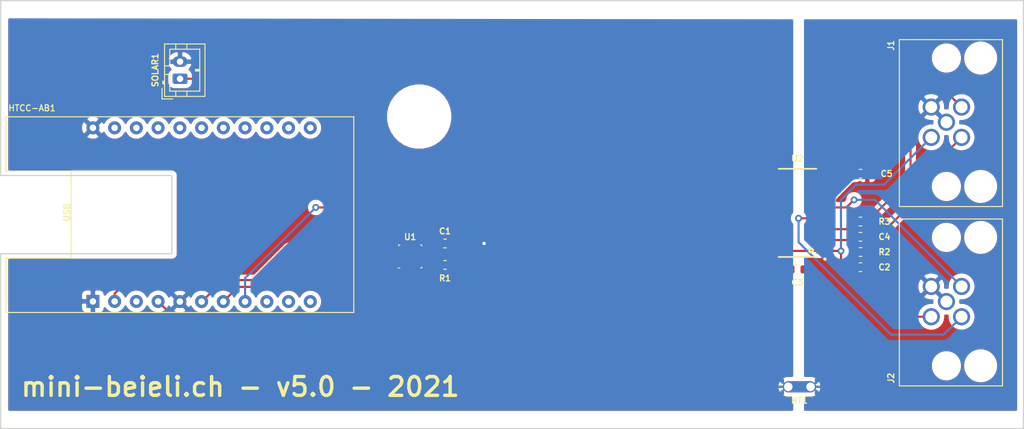
<source format=kicad_pcb>
(kicad_pcb (version 20171130) (host pcbnew 5.1.8-5.fc33)

  (general
    (thickness 1.6)
    (drawings 9)
    (tracks 119)
    (zones 0)
    (modules 16)
    (nets 17)
  )

  (page A4)
  (layers
    (0 F.Cu signal)
    (31 B.Cu signal)
    (32 B.Adhes user)
    (33 F.Adhes user)
    (34 B.Paste user)
    (35 F.Paste user)
    (36 B.SilkS user)
    (37 F.SilkS user)
    (38 B.Mask user)
    (39 F.Mask user)
    (40 Dwgs.User user)
    (41 Cmts.User user)
    (42 Eco1.User user)
    (43 Eco2.User user)
    (44 Edge.Cuts user)
    (45 Margin user)
    (46 B.CrtYd user)
    (47 F.CrtYd user)
    (48 B.Fab user)
    (49 F.Fab user)
  )

  (setup
    (last_trace_width 0.25)
    (trace_clearance 0.2)
    (zone_clearance 0.508)
    (zone_45_only no)
    (trace_min 0.2)
    (via_size 0.8)
    (via_drill 0.4)
    (via_min_size 0.4)
    (via_min_drill 0.3)
    (uvia_size 0.3)
    (uvia_drill 0.1)
    (uvias_allowed no)
    (uvia_min_size 0.2)
    (uvia_min_drill 0.1)
    (edge_width 0.05)
    (segment_width 0.2)
    (pcb_text_width 0.3)
    (pcb_text_size 1.5 1.5)
    (mod_edge_width 0.12)
    (mod_text_size 1 1)
    (mod_text_width 0.15)
    (pad_size 1.524 1.524)
    (pad_drill 0.762)
    (pad_to_mask_clearance 0.05)
    (aux_axis_origin 0 0)
    (visible_elements FFFFFF7F)
    (pcbplotparams
      (layerselection 0x010fc_ffffffff)
      (usegerberextensions true)
      (usegerberattributes true)
      (usegerberadvancedattributes true)
      (creategerberjobfile true)
      (excludeedgelayer true)
      (linewidth 0.100000)
      (plotframeref false)
      (viasonmask false)
      (mode 1)
      (useauxorigin false)
      (hpglpennumber 1)
      (hpglpenspeed 20)
      (hpglpendiameter 15.000000)
      (psnegative false)
      (psa4output false)
      (plotreference true)
      (plotvalue true)
      (plotinvisibletext false)
      (padsonsilk false)
      (subtractmaskfromsilk false)
      (outputformat 1)
      (mirror false)
      (drillshape 0)
      (scaleselection 1)
      (outputdirectory "../pcbway-3.0/gerber/"))
  )

  (net 0 "")
  (net 1 GND)
  (net 2 /AGND)
  (net 3 VS)
  (net 4 /A_GREEN)
  (net 5 /A_WHITE)
  (net 6 /B_GREEN)
  (net 7 /B_WHITE)
  (net 8 /SDA)
  (net 9 /SCL)
  (net 10 /VEXT)
  (net 11 /GPIO0)
  (net 12 /AB_RED)
  (net 13 "Net-(R1-Pad2)")
  (net 14 "Net-(C4-Pad2)")
  (net 15 "Net-(C4-Pad1)")
  (net 16 "Net-(C5-Pad1)")

  (net_class Default "This is the default net class."
    (clearance 0.2)
    (trace_width 0.25)
    (via_dia 0.8)
    (via_drill 0.4)
    (uvia_dia 0.3)
    (uvia_drill 0.1)
    (add_net /AB_RED)
    (add_net /AGND)
    (add_net /A_GREEN)
    (add_net /A_WHITE)
    (add_net /B_GREEN)
    (add_net /B_WHITE)
    (add_net /GPIO0)
    (add_net /SCL)
    (add_net /SDA)
    (add_net /VEXT)
    (add_net GND)
    (add_net "Net-(C4-Pad1)")
    (add_net "Net-(C4-Pad2)")
    (add_net "Net-(C5-Pad1)")
    (add_net "Net-(R1-Pad2)")
    (add_net VS)
  )

  (module MountingHole:MountingHole_6.5mm (layer F.Cu) (tedit 56D1B4CB) (tstamp 5FE50911)
    (at 88.9 45.9)
    (descr "Mounting Hole 6.5mm, no annular")
    (tags "mounting hole 6.5mm no annular")
    (attr virtual)
    (fp_text reference MH1 (at 0 -7.5) (layer F.SilkS) hide
      (effects (font (size 1 1) (thickness 0.15)))
    )
    (fp_text value MountingHole_6.5mm (at 0 7.5) (layer F.Fab)
      (effects (font (size 1 1) (thickness 0.15)))
    )
    (fp_text user %R (at 0.3 0) (layer F.Fab)
      (effects (font (size 1 1) (thickness 0.15)))
    )
    (fp_circle (center 0 0) (end 6.5 0) (layer Cmts.User) (width 0.15))
    (fp_circle (center 0 0) (end 6.75 0) (layer F.CrtYd) (width 0.05))
    (pad 1 np_thru_hole circle (at 0 0) (size 6.5 6.5) (drill 6.5) (layers *.Cu *.Mask))
  )

  (module SUPERCAP:HTCC-AB01 (layer F.Cu) (tedit 5F5271B4) (tstamp 5F52A954)
    (at 60.938 57.355 90)
    (descr HTCC-AB01)
    (tags HTCC-AB01)
    (path /5F6D2856)
    (attr virtual)
    (fp_text reference HTCC-AB1 (at 12.446 -17.272) (layer F.SilkS)
      (effects (font (size 0.7 0.7) (thickness 0.127)))
    )
    (fp_text value HTCC-AB01 (at 0 22.86 90) (layer F.SilkS) hide
      (effects (font (size 0.6096 0.6096) (thickness 0.127)))
    )
    (fp_line (start 11.43 -20.32) (end 5.08 -20.32) (layer F.SilkS) (width 0.127))
    (fp_line (start 11.43 -20.32) (end 5.08 -20.32) (layer Dwgs.User) (width 0.127))
    (fp_line (start 11.43 -20.32) (end 5.08 -20.32) (layer Dwgs.User) (width 0.127))
    (fp_line (start -5.08 -12.7) (end -5.08 -20.32) (layer F.SilkS) (width 0.127))
    (fp_line (start -11.43 -20.32) (end -11.43 20.32) (layer F.SilkS) (width 0.127))
    (fp_line (start 5.08 -12.7) (end -5.08 -12.7) (layer F.SilkS) (width 0.127))
    (fp_line (start 5.08 -20.32) (end 5.08 -12.7) (layer F.SilkS) (width 0.127))
    (fp_line (start -5.08 -20.32) (end -11.43 -20.32) (layer F.SilkS) (width 0.127))
    (fp_line (start 11.43 20.32) (end 11.43 -20.32) (layer F.SilkS) (width 0.127))
    (fp_line (start -11.43 20.32) (end 11.43 20.32) (layer F.SilkS) (width 0.127))
    (fp_line (start -5.08 -12.7) (end -5.08 -20.32) (layer Dwgs.User) (width 0.127))
    (fp_line (start -11.43 -20.32) (end -11.43 20.32) (layer Dwgs.User) (width 0.127))
    (fp_line (start -11.43 20.32) (end 11.43 20.32) (layer Dwgs.User) (width 0.127))
    (fp_line (start 11.43 20.32) (end 11.43 -20.32) (layer Dwgs.User) (width 0.127))
    (fp_line (start -5.08 -20.32) (end -11.43 -20.32) (layer Dwgs.User) (width 0.127))
    (fp_line (start 5.08 -20.32) (end 5.08 -12.7) (layer Dwgs.User) (width 0.127))
    (fp_line (start 5.08 -12.7) (end -5.08 -12.7) (layer Dwgs.User) (width 0.127))
    (fp_text user USB (at 0.254 -13.208 90) (layer F.SilkS)
      (effects (font (size 0.7 0.7) (thickness 0.1524)))
    )
    (pad 12 thru_hole circle (at 10.14 15.24 90) (size 1.524 1.524) (drill 0.762) (layers *.Cu *.Mask))
    (pad 13 thru_hole circle (at 10.14 12.7 90) (size 1.524 1.524) (drill 0.762) (layers *.Cu *.Mask))
    (pad 14 thru_hole circle (at 10.14 10.16 90) (size 1.524 1.524) (drill 0.762) (layers *.Cu *.Mask))
    (pad 15 thru_hole circle (at 10.14 7.62 90) (size 1.524 1.524) (drill 0.762) (layers *.Cu *.Mask))
    (pad 16 thru_hole circle (at 10.14 5.08 90) (size 1.524 1.524) (drill 0.762) (layers *.Cu *.Mask))
    (pad 17 thru_hole circle (at 10.14 2.54 90) (size 1.524 1.524) (drill 0.762) (layers *.Cu *.Mask))
    (pad 18 thru_hole circle (at 10.14 0 90) (size 1.524 1.524) (drill 0.762) (layers *.Cu *.Mask))
    (pad 19 thru_hole circle (at 10.14 -2.54 90) (size 1.524 1.524) (drill 0.762) (layers *.Cu *.Mask))
    (pad 20 thru_hole circle (at 10.14 -5.08 90) (size 1.524 1.524) (drill 0.762) (layers *.Cu *.Mask))
    (pad 21 thru_hole circle (at 10.14 -7.62 90) (size 1.524 1.524) (drill 0.762) (layers *.Cu *.Mask))
    (pad 22 thru_hole circle (at 10.14 -10.16 90) (size 1.524 1.524) (drill 0.762) (layers *.Cu *.Mask)
      (net 1 GND))
    (pad 11 thru_hole circle (at -10.16 15.24 90) (size 1.524 1.524) (drill 0.762) (layers *.Cu *.Mask))
    (pad 10 thru_hole circle (at -10.16 12.7 90) (size 1.524 1.524) (drill 0.762) (layers *.Cu *.Mask))
    (pad 9 thru_hole circle (at -10.16 10.16 90) (size 1.524 1.524) (drill 0.762) (layers *.Cu *.Mask))
    (pad 8 thru_hole circle (at -10.16 7.62 90) (size 1.524 1.524) (drill 0.762) (layers *.Cu *.Mask)
      (net 11 /GPIO0))
    (pad 7 thru_hole circle (at -10.16 5.08 90) (size 1.524 1.524) (drill 0.762) (layers *.Cu *.Mask)
      (net 8 /SDA))
    (pad 6 thru_hole circle (at -10.16 2.54 90) (size 1.524 1.524) (drill 0.762) (layers *.Cu *.Mask)
      (net 9 /SCL))
    (pad 5 thru_hole circle (at -10.16 0 90) (size 1.524 1.524) (drill 0.762) (layers *.Cu *.Mask)
      (net 1 GND))
    (pad 4 thru_hole circle (at -10.14 -2.54 90) (size 1.524 1.524) (drill 0.762) (layers *.Cu *.Mask)
      (net 10 /VEXT))
    (pad 3 thru_hole circle (at -10.14 -5.08 90) (size 1.524 1.524) (drill 0.762) (layers *.Cu *.Mask))
    (pad 2 thru_hole circle (at -10.14 -7.62 90) (size 1.524 1.524) (drill 0.762) (layers *.Cu *.Mask)
      (net 3 VS))
    (pad 1 thru_hole rect (at -10.14 -10.16 90) (size 1.524 1.524) (drill 0.762) (layers *.Cu *.Mask)
      (net 1 GND))
  )

  (module T4145015051-001:T4145015051-001 (layer F.Cu) (tedit 0) (tstamp 5F40EB68)
    (at 150.495 67.515 90)
    (path /602AD758)
    (fp_text reference J2 (at -8.939 -6.477 90) (layer F.SilkS)
      (effects (font (size 0.7 0.7) (thickness 0.15)))
    )
    (fp_text value T4145015051-001 (at -7.38206 7.25284 90) (layer F.SilkS) hide
      (effects (font (size 0.788591 0.788591) (thickness 0.05)))
    )
    (fp_line (start 9.65 6.55) (end -9.85 6.55) (layer F.SilkS) (width 0.127))
    (fp_line (start -9.85 6.55) (end -9.85 -5.5) (layer F.SilkS) (width 0.127))
    (fp_line (start -9.85 -5.5) (end 9.65 -5.5) (layer F.SilkS) (width 0.127))
    (fp_line (start 9.65 -5.5) (end 9.65 6.55) (layer F.SilkS) (width 0.127))
    (pad Hole np_thru_hole circle (at -7.5 4 90) (size 2.85 2.85) (drill 2.85) (layers *.Cu *.Mask F.SilkS))
    (pad Hole np_thru_hole circle (at -7.5 0 90) (size 2.4 2.4) (drill 2.4) (layers *.Cu *.Mask F.SilkS))
    (pad Hole np_thru_hole circle (at 7.5 4 90) (size 2.85 2.85) (drill 2.85) (layers *.Cu *.Mask F.SilkS))
    (pad Hole np_thru_hole circle (at 7.5 0 90) (size 2.4 2.4) (drill 2.4) (layers *.Cu *.Mask F.SilkS))
    (pad P$5 thru_hole circle (at 0 0 90) (size 2 2) (drill 1.4) (layers *.Cu *.Mask)
      (net 2 /AGND))
    (pad P$4 thru_hole circle (at 1.77 1.77 90) (size 2 2) (drill 1.4) (layers *.Cu *.Mask)
      (net 6 /B_GREEN))
    (pad P$3 thru_hole circle (at -1.77 1.77 90) (size 2 2) (drill 1.4) (layers *.Cu *.Mask)
      (net 7 /B_WHITE))
    (pad P$2 thru_hole circle (at 1.77 -1.77 90) (size 2 2) (drill 1.4) (layers *.Cu *.Mask)
      (net 2 /AGND))
    (pad P$1 thru_hole circle (at -1.77 -1.77 90) (size 2 2) (drill 1.4) (layers *.Cu *.Mask)
      (net 12 /AB_RED))
  )

  (module Package_LGA:Bosch_LGA-8_2.5x2.5mm_P0.65mm_ClockwisePinNumbering (layer F.Cu) (tedit 5A0FA816) (tstamp 5F4FFBE0)
    (at 87.852 62.246 90)
    (descr LGA-8)
    (tags "lga land grid array")
    (path /5F40DD10)
    (attr smd)
    (fp_text reference U1 (at 2.286 0) (layer F.SilkS)
      (effects (font (size 0.7 0.7) (thickness 0.15)))
    )
    (fp_text value BME280 (at 0.015 2.535 90) (layer F.Fab)
      (effects (font (size 1 1) (thickness 0.15)))
    )
    (fp_line (start 1.41 1.54) (end -1.41 1.54) (layer F.CrtYd) (width 0.05))
    (fp_line (start 1.41 -1.54) (end 1.41 1.54) (layer F.CrtYd) (width 0.05))
    (fp_line (start -1.41 -1.54) (end 1.41 -1.54) (layer F.CrtYd) (width 0.05))
    (fp_line (start -1.41 1.54) (end -1.41 -1.54) (layer F.CrtYd) (width 0.05))
    (fp_line (start 1.25 1.25) (end -1.25 1.25) (layer F.Fab) (width 0.1))
    (fp_line (start 1.25 -1.25) (end 1.25 1.25) (layer F.Fab) (width 0.1))
    (fp_line (start -0.5 -1.25) (end 1.25 -1.25) (layer F.Fab) (width 0.1))
    (fp_line (start -1.25 1.25) (end -1.25 -0.5) (layer F.Fab) (width 0.1))
    (fp_line (start -1.35 -1.2) (end -1.35 -1.45) (layer F.SilkS) (width 0.1))
    (fp_line (start 1.35 -1.35) (end 1.35 -1.2) (layer F.SilkS) (width 0.1))
    (fp_line (start 1.2 -1.35) (end 1.35 -1.35) (layer F.SilkS) (width 0.1))
    (fp_line (start 1.35 1.35) (end 1.2 1.35) (layer F.SilkS) (width 0.1))
    (fp_line (start 1.35 1.35) (end 1.35 1.2) (layer F.SilkS) (width 0.1))
    (fp_line (start -1.35 1.35) (end -1.35 1.2) (layer F.SilkS) (width 0.1))
    (fp_line (start -1.25 -0.5) (end -0.5 -1.25) (layer F.Fab) (width 0.1))
    (fp_line (start -1.35 1.36) (end -1.2 1.36) (layer F.SilkS) (width 0.1))
    (fp_text user %R (at 0 0 270) (layer F.Fab)
      (effects (font (size 0.5 0.5) (thickness 0.075)))
    )
    (pad 5 smd rect (at 0.975 1.025 180) (size 0.5 0.35) (layers F.Cu F.Paste F.Mask)
      (net 13 "Net-(R1-Pad2)"))
    (pad 6 smd rect (at 0.325 1.025 180) (size 0.5 0.35) (layers F.Cu F.Paste F.Mask)
      (net 10 /VEXT))
    (pad 7 smd rect (at -0.325 1.025 180) (size 0.5 0.35) (layers F.Cu F.Paste F.Mask)
      (net 1 GND))
    (pad 8 smd rect (at -0.975 1.025 180) (size 0.5 0.35) (layers F.Cu F.Paste F.Mask)
      (net 10 /VEXT))
    (pad 1 smd rect (at -0.975 -1.025 180) (size 0.5 0.35) (layers F.Cu F.Paste F.Mask)
      (net 1 GND))
    (pad 2 smd rect (at -0.325 -1.025 180) (size 0.5 0.35) (layers F.Cu F.Paste F.Mask)
      (net 10 /VEXT))
    (pad 3 smd rect (at 0.325 -1.025 180) (size 0.5 0.35) (layers F.Cu F.Paste F.Mask)
      (net 8 /SDA))
    (pad 4 smd rect (at 0.975 -1.025 180) (size 0.5 0.35) (layers F.Cu F.Paste F.Mask)
      (net 9 /SCL))
    (model ${KISYS3DMOD}/Package_LGA.3dshapes/Bosch_LGA-8_2.5x2.5mm_P0.65mm_ClockwisePinNumbering.wrl
      (offset (xyz 0.01500000025472259 -0.03500000059435272 0))
      (scale (xyz 1 1 1))
      (rotate (xyz 0 0 0))
    )
  )

  (module Resistor_SMD:R_0603_1608Metric (layer F.Cu) (tedit 5B301BBD) (tstamp 5F4FFADF)
    (at 91.916 63.232)
    (descr "Resistor SMD 0603 (1608 Metric), square (rectangular) end terminal, IPC_7351 nominal, (Body size source: http://www.tortai-tech.com/upload/download/2011102023233369053.pdf), generated with kicad-footprint-generator")
    (tags resistor)
    (path /5F6AF340)
    (attr smd)
    (fp_text reference R1 (at 0 1.554) (layer F.SilkS)
      (effects (font (size 0.7 0.7) (thickness 0.15)))
    )
    (fp_text value 10k (at 0 1.43) (layer F.Fab)
      (effects (font (size 1 1) (thickness 0.15)))
    )
    (fp_line (start 1.48 0.73) (end -1.48 0.73) (layer F.CrtYd) (width 0.05))
    (fp_line (start 1.48 -0.73) (end 1.48 0.73) (layer F.CrtYd) (width 0.05))
    (fp_line (start -1.48 -0.73) (end 1.48 -0.73) (layer F.CrtYd) (width 0.05))
    (fp_line (start -1.48 0.73) (end -1.48 -0.73) (layer F.CrtYd) (width 0.05))
    (fp_line (start -0.162779 0.51) (end 0.162779 0.51) (layer F.SilkS) (width 0.12))
    (fp_line (start -0.162779 -0.51) (end 0.162779 -0.51) (layer F.SilkS) (width 0.12))
    (fp_line (start 0.8 0.4) (end -0.8 0.4) (layer F.Fab) (width 0.1))
    (fp_line (start 0.8 -0.4) (end 0.8 0.4) (layer F.Fab) (width 0.1))
    (fp_line (start -0.8 -0.4) (end 0.8 -0.4) (layer F.Fab) (width 0.1))
    (fp_line (start -0.8 0.4) (end -0.8 -0.4) (layer F.Fab) (width 0.1))
    (fp_text user %R (at 0 0) (layer F.Fab)
      (effects (font (size 0.4 0.4) (thickness 0.06)))
    )
    (pad 2 smd roundrect (at 0.7875 0) (size 0.875 0.95) (layers F.Cu F.Paste F.Mask) (roundrect_rratio 0.25)
      (net 13 "Net-(R1-Pad2)"))
    (pad 1 smd roundrect (at -0.7875 0) (size 0.875 0.95) (layers F.Cu F.Paste F.Mask) (roundrect_rratio 0.25)
      (net 10 /VEXT))
    (model ${KISYS3DMOD}/Resistor_SMD.3dshapes/R_0603_1608Metric.wrl
      (at (xyz 0 0 0))
      (scale (xyz 1 1 1))
      (rotate (xyz 0 0 0))
    )
  )

  (module Capacitor_SMD:C_0603_1608Metric (layer F.Cu) (tedit 5B301BBE) (tstamp 5F4FF782)
    (at 91.916 60.722)
    (descr "Capacitor SMD 0603 (1608 Metric), square (rectangular) end terminal, IPC_7351 nominal, (Body size source: http://www.tortai-tech.com/upload/download/2011102023233369053.pdf), generated with kicad-footprint-generator")
    (tags capacitor)
    (path /5FD34EBD)
    (attr smd)
    (fp_text reference C1 (at 0 -1.43) (layer F.SilkS)
      (effects (font (size 0.7 0.7) (thickness 0.15)))
    )
    (fp_text value 0.1uF (at 0 1.43) (layer F.Fab)
      (effects (font (size 1 1) (thickness 0.15)))
    )
    (fp_line (start 1.48 0.73) (end -1.48 0.73) (layer F.CrtYd) (width 0.05))
    (fp_line (start 1.48 -0.73) (end 1.48 0.73) (layer F.CrtYd) (width 0.05))
    (fp_line (start -1.48 -0.73) (end 1.48 -0.73) (layer F.CrtYd) (width 0.05))
    (fp_line (start -1.48 0.73) (end -1.48 -0.73) (layer F.CrtYd) (width 0.05))
    (fp_line (start -0.162779 0.51) (end 0.162779 0.51) (layer F.SilkS) (width 0.12))
    (fp_line (start -0.162779 -0.51) (end 0.162779 -0.51) (layer F.SilkS) (width 0.12))
    (fp_line (start 0.8 0.4) (end -0.8 0.4) (layer F.Fab) (width 0.1))
    (fp_line (start 0.8 -0.4) (end 0.8 0.4) (layer F.Fab) (width 0.1))
    (fp_line (start -0.8 -0.4) (end 0.8 -0.4) (layer F.Fab) (width 0.1))
    (fp_line (start -0.8 0.4) (end -0.8 -0.4) (layer F.Fab) (width 0.1))
    (fp_text user %R (at 0 0) (layer F.Fab)
      (effects (font (size 0.4 0.4) (thickness 0.06)))
    )
    (pad 2 smd roundrect (at 0.7875 0) (size 0.875 0.95) (layers F.Cu F.Paste F.Mask) (roundrect_rratio 0.25)
      (net 1 GND))
    (pad 1 smd roundrect (at -0.7875 0) (size 0.875 0.95) (layers F.Cu F.Paste F.Mask) (roundrect_rratio 0.25)
      (net 10 /VEXT))
    (model ${KISYS3DMOD}/Capacitor_SMD.3dshapes/C_0603_1608Metric.wrl
      (at (xyz 0 0 0))
      (scale (xyz 1 1 1))
      (rotate (xyz 0 0 0))
    )
  )

  (module nau7802:SOIC127P700X210-16N (layer F.Cu) (tedit 5EA843BF) (tstamp 5F531CD1)
    (at 133.096 57.15 180)
    (path /5F41501D)
    (fp_text reference U2 (at 0 6.35) (layer F.SilkS)
      (effects (font (size 0.7 0.7) (thickness 0.15)))
    )
    (fp_text value NAU7802SOIC (at 0.254 7.874) (layer F.Fab)
      (effects (font (size 1 1) (thickness 0.015)))
    )
    (fp_line (start -2.2 -5.15) (end 2.2 -5.15) (layer F.SilkS) (width 0.2))
    (fp_line (start 2.2 -5.15) (end 2.2 5.15) (layer F.Fab) (width 0.2))
    (fp_line (start 2.2 5.15) (end -2.2 5.15) (layer F.SilkS) (width 0.2))
    (fp_line (start -2.2 5.15) (end -2.2 -5.15) (layer F.Fab) (width 0.2))
    (fp_circle (center -3.2 -5.4) (end -3.1 -5.4) (layer F.SilkS) (width 0.2))
    (fp_line (start -4.375 -5.5) (end 4.375 -5.5) (layer F.CrtYd) (width 0.05))
    (fp_line (start 4.375 -5.5) (end 4.375 5.5) (layer F.CrtYd) (width 0.05))
    (fp_line (start 4.375 5.5) (end -4.375 5.5) (layer F.CrtYd) (width 0.05))
    (fp_line (start -4.375 5.5) (end -4.375 -5.5) (layer F.CrtYd) (width 0.05))
    (fp_circle (center -1.6 -4.4) (end -1.4 -4.4) (layer F.SilkS) (width 0.3))
    (pad 1 smd rect (at -3.105 -4.445 180) (size 1.8 0.64) (layers F.Cu F.Paste F.Mask)
      (net 12 /AB_RED))
    (pad 2 smd rect (at -3.105 -3.175 180) (size 1.8 0.64) (layers F.Cu F.Paste F.Mask)
      (net 15 "Net-(C4-Pad1)"))
    (pad 3 smd rect (at -3.105 -1.905 180) (size 1.8 0.64) (layers F.Cu F.Paste F.Mask)
      (net 14 "Net-(C4-Pad2)"))
    (pad 4 smd rect (at -3.105 -0.635 180) (size 1.8 0.64) (layers F.Cu F.Paste F.Mask)
      (net 7 /B_WHITE))
    (pad 5 smd rect (at -3.105 0.635 180) (size 1.8 0.64) (layers F.Cu F.Paste F.Mask)
      (net 6 /B_GREEN))
    (pad 6 smd rect (at -3.105 1.905 180) (size 1.8 0.64) (layers F.Cu F.Paste F.Mask)
      (net 16 "Net-(C5-Pad1)"))
    (pad 7 smd rect (at -3.105 3.175 180) (size 1.8 0.64) (layers F.Cu F.Paste F.Mask)
      (net 2 /AGND))
    (pad 8 smd rect (at -3.105 4.445 180) (size 1.8 0.64) (layers F.Cu F.Paste F.Mask)
      (net 2 /AGND))
    (pad 9 smd rect (at 3.105 4.445 180) (size 1.8 0.64) (layers F.Cu F.Paste F.Mask)
      (net 1 GND))
    (pad 10 smd rect (at 3.105 3.175 180) (size 1.8 0.64) (layers F.Cu F.Paste F.Mask))
    (pad 11 smd rect (at 3.105 1.905 180) (size 1.8 0.64) (layers F.Cu F.Paste F.Mask))
    (pad 12 smd rect (at 3.105 0.635 180) (size 1.8 0.64) (layers F.Cu F.Paste F.Mask)
      (net 11 /GPIO0))
    (pad 13 smd rect (at 3.105 -0.635 180) (size 1.8 0.64) (layers F.Cu F.Paste F.Mask)
      (net 9 /SCL))
    (pad 14 smd rect (at 3.105 -1.905 180) (size 1.8 0.64) (layers F.Cu F.Paste F.Mask)
      (net 8 /SDA))
    (pad 15 smd rect (at 3.105 -3.175 180) (size 1.8 0.64) (layers F.Cu F.Paste F.Mask)
      (net 10 /VEXT))
    (pad 16 smd rect (at 3.105 -4.445 180) (size 1.8 0.64) (layers F.Cu F.Paste F.Mask)
      (net 12 /AB_RED))
  )

  (module Connector_JST:JST_PH_B2B-PH-K_1x02_P2.00mm_Vertical (layer F.Cu) (tedit 5B7745C2) (tstamp 5F40ED13)
    (at 60.96 41.48 90)
    (descr "JST PH series connector, B2B-PH-K (http://www.jst-mfg.com/product/pdf/eng/ePH.pdf), generated with kicad-footprint-generator")
    (tags "connector JST PH side entry")
    (path /5FC3F569)
    (fp_text reference SOLAR1 (at 1 -2.9 90) (layer F.SilkS)
      (effects (font (size 0.7 0.7) (thickness 0.15)))
    )
    (fp_text value Conn_01x02_Female (at 1 4 90) (layer F.Fab)
      (effects (font (size 1 1) (thickness 0.15)))
    )
    (fp_line (start 4.45 -2.2) (end -2.45 -2.2) (layer F.CrtYd) (width 0.05))
    (fp_line (start 4.45 3.3) (end 4.45 -2.2) (layer F.CrtYd) (width 0.05))
    (fp_line (start -2.45 3.3) (end 4.45 3.3) (layer F.CrtYd) (width 0.05))
    (fp_line (start -2.45 -2.2) (end -2.45 3.3) (layer F.CrtYd) (width 0.05))
    (fp_line (start 3.95 -1.7) (end -1.95 -1.7) (layer F.Fab) (width 0.1))
    (fp_line (start 3.95 2.8) (end 3.95 -1.7) (layer F.Fab) (width 0.1))
    (fp_line (start -1.95 2.8) (end 3.95 2.8) (layer F.Fab) (width 0.1))
    (fp_line (start -1.95 -1.7) (end -1.95 2.8) (layer F.Fab) (width 0.1))
    (fp_line (start -2.36 -2.11) (end -2.36 -0.86) (layer F.Fab) (width 0.1))
    (fp_line (start -1.11 -2.11) (end -2.36 -2.11) (layer F.Fab) (width 0.1))
    (fp_line (start -2.36 -2.11) (end -2.36 -0.86) (layer F.SilkS) (width 0.12))
    (fp_line (start -1.11 -2.11) (end -2.36 -2.11) (layer F.SilkS) (width 0.12))
    (fp_line (start 1 2.3) (end 1 1.8) (layer F.SilkS) (width 0.12))
    (fp_line (start 1.1 1.8) (end 1.1 2.3) (layer F.SilkS) (width 0.12))
    (fp_line (start 0.9 1.8) (end 1.1 1.8) (layer F.SilkS) (width 0.12))
    (fp_line (start 0.9 2.3) (end 0.9 1.8) (layer F.SilkS) (width 0.12))
    (fp_line (start 4.06 0.8) (end 3.45 0.8) (layer F.SilkS) (width 0.12))
    (fp_line (start 4.06 -0.5) (end 3.45 -0.5) (layer F.SilkS) (width 0.12))
    (fp_line (start -2.06 0.8) (end -1.45 0.8) (layer F.SilkS) (width 0.12))
    (fp_line (start -2.06 -0.5) (end -1.45 -0.5) (layer F.SilkS) (width 0.12))
    (fp_line (start 1.5 -1.2) (end 1.5 -1.81) (layer F.SilkS) (width 0.12))
    (fp_line (start 3.45 -1.2) (end 1.5 -1.2) (layer F.SilkS) (width 0.12))
    (fp_line (start 3.45 2.3) (end 3.45 -1.2) (layer F.SilkS) (width 0.12))
    (fp_line (start -1.45 2.3) (end 3.45 2.3) (layer F.SilkS) (width 0.12))
    (fp_line (start -1.45 -1.2) (end -1.45 2.3) (layer F.SilkS) (width 0.12))
    (fp_line (start 0.5 -1.2) (end -1.45 -1.2) (layer F.SilkS) (width 0.12))
    (fp_line (start 0.5 -1.81) (end 0.5 -1.2) (layer F.SilkS) (width 0.12))
    (fp_line (start -0.3 -1.91) (end -0.6 -1.91) (layer F.SilkS) (width 0.12))
    (fp_line (start -0.6 -2.01) (end -0.6 -1.81) (layer F.SilkS) (width 0.12))
    (fp_line (start -0.3 -2.01) (end -0.6 -2.01) (layer F.SilkS) (width 0.12))
    (fp_line (start -0.3 -1.81) (end -0.3 -2.01) (layer F.SilkS) (width 0.12))
    (fp_line (start 4.06 -1.81) (end -2.06 -1.81) (layer F.SilkS) (width 0.12))
    (fp_line (start 4.06 2.91) (end 4.06 -1.81) (layer F.SilkS) (width 0.12))
    (fp_line (start -2.06 2.91) (end 4.06 2.91) (layer F.SilkS) (width 0.12))
    (fp_line (start -2.06 -1.81) (end -2.06 2.91) (layer F.SilkS) (width 0.12))
    (fp_text user %R (at 1 1.5 90) (layer F.Fab)
      (effects (font (size 1 1) (thickness 0.15)))
    )
    (pad 2 thru_hole oval (at 2 0 90) (size 1.2 1.75) (drill 0.75) (layers *.Cu *.Mask)
      (net 1 GND))
    (pad 1 thru_hole roundrect (at 0 0 90) (size 1.2 1.75) (drill 0.75) (layers *.Cu *.Mask) (roundrect_rratio 0.208333)
      (net 3 VS))
    (model ${KISYS3DMOD}/Connector_JST.3dshapes/JST_PH_B2B-PH-K_1x02_P2.00mm_Vertical.wrl
      (at (xyz 0 0 0))
      (scale (xyz 1 1 1))
      (rotate (xyz 0 0 0))
    )
  )

  (module Resistor_SMD:R_0603_1608Metric (layer F.Cu) (tedit 5B301BBD) (tstamp 5F49178F)
    (at 140.462 58.166)
    (descr "Resistor SMD 0603 (1608 Metric), square (rectangular) end terminal, IPC_7351 nominal, (Body size source: http://www.tortai-tech.com/upload/download/2011102023233369053.pdf), generated with kicad-footprint-generator")
    (tags resistor)
    (path /5F86CB81)
    (attr smd)
    (fp_text reference R3 (at 2.794 0) (layer F.SilkS)
      (effects (font (size 0.7 0.7) (thickness 0.15)))
    )
    (fp_text value 47 (at 0 1.43) (layer F.Fab)
      (effects (font (size 1 1) (thickness 0.15)))
    )
    (fp_line (start 1.48 0.73) (end -1.48 0.73) (layer F.CrtYd) (width 0.05))
    (fp_line (start 1.48 -0.73) (end 1.48 0.73) (layer F.CrtYd) (width 0.05))
    (fp_line (start -1.48 -0.73) (end 1.48 -0.73) (layer F.CrtYd) (width 0.05))
    (fp_line (start -1.48 0.73) (end -1.48 -0.73) (layer F.CrtYd) (width 0.05))
    (fp_line (start -0.162779 0.51) (end 0.162779 0.51) (layer F.SilkS) (width 0.12))
    (fp_line (start -0.162779 -0.51) (end 0.162779 -0.51) (layer F.SilkS) (width 0.12))
    (fp_line (start 0.8 0.4) (end -0.8 0.4) (layer F.Fab) (width 0.1))
    (fp_line (start 0.8 -0.4) (end 0.8 0.4) (layer F.Fab) (width 0.1))
    (fp_line (start -0.8 -0.4) (end 0.8 -0.4) (layer F.Fab) (width 0.1))
    (fp_line (start -0.8 0.4) (end -0.8 -0.4) (layer F.Fab) (width 0.1))
    (fp_text user %R (at 0 0) (layer F.Fab)
      (effects (font (size 0.4 0.4) (thickness 0.06)))
    )
    (pad 2 smd roundrect (at 0.7875 0) (size 0.875 0.95) (layers F.Cu F.Paste F.Mask) (roundrect_rratio 0.25)
      (net 4 /A_GREEN))
    (pad 1 smd roundrect (at -0.7875 0) (size 0.875 0.95) (layers F.Cu F.Paste F.Mask) (roundrect_rratio 0.25)
      (net 14 "Net-(C4-Pad2)"))
    (model ${KISYS3DMOD}/Resistor_SMD.3dshapes/R_0603_1608Metric.wrl
      (at (xyz 0 0 0))
      (scale (xyz 1 1 1))
      (rotate (xyz 0 0 0))
    )
  )

  (module Resistor_SMD:R_0603_1608Metric (layer F.Cu) (tedit 5B301BBD) (tstamp 5F40ECB6)
    (at 140.462 61.722)
    (descr "Resistor SMD 0603 (1608 Metric), square (rectangular) end terminal, IPC_7351 nominal, (Body size source: http://www.tortai-tech.com/upload/download/2011102023233369053.pdf), generated with kicad-footprint-generator")
    (tags resistor)
    (path /5F860866)
    (attr smd)
    (fp_text reference R2 (at 2.794 0) (layer F.SilkS)
      (effects (font (size 0.7 0.7) (thickness 0.15)))
    )
    (fp_text value 47 (at 0 1.43) (layer F.Fab)
      (effects (font (size 1 1) (thickness 0.15)))
    )
    (fp_line (start 1.48 0.73) (end -1.48 0.73) (layer F.CrtYd) (width 0.05))
    (fp_line (start 1.48 -0.73) (end 1.48 0.73) (layer F.CrtYd) (width 0.05))
    (fp_line (start -1.48 -0.73) (end 1.48 -0.73) (layer F.CrtYd) (width 0.05))
    (fp_line (start -1.48 0.73) (end -1.48 -0.73) (layer F.CrtYd) (width 0.05))
    (fp_line (start -0.162779 0.51) (end 0.162779 0.51) (layer F.SilkS) (width 0.12))
    (fp_line (start -0.162779 -0.51) (end 0.162779 -0.51) (layer F.SilkS) (width 0.12))
    (fp_line (start 0.8 0.4) (end -0.8 0.4) (layer F.Fab) (width 0.1))
    (fp_line (start 0.8 -0.4) (end 0.8 0.4) (layer F.Fab) (width 0.1))
    (fp_line (start -0.8 -0.4) (end 0.8 -0.4) (layer F.Fab) (width 0.1))
    (fp_line (start -0.8 0.4) (end -0.8 -0.4) (layer F.Fab) (width 0.1))
    (fp_text user %R (at 0 0) (layer F.Fab)
      (effects (font (size 0.4 0.4) (thickness 0.06)))
    )
    (pad 2 smd roundrect (at 0.7875 0) (size 0.875 0.95) (layers F.Cu F.Paste F.Mask) (roundrect_rratio 0.25)
      (net 5 /A_WHITE))
    (pad 1 smd roundrect (at -0.7875 0) (size 0.875 0.95) (layers F.Cu F.Paste F.Mask) (roundrect_rratio 0.25)
      (net 15 "Net-(C4-Pad1)"))
    (model ${KISYS3DMOD}/Resistor_SMD.3dshapes/R_0603_1608Metric.wrl
      (at (xyz 0 0 0))
      (scale (xyz 1 1 1))
      (rotate (xyz 0 0 0))
    )
  )

  (module NetTie:NetTie-2_THT_Pad1.0mm (layer F.Cu) (tedit 5A1CF824) (tstamp 5F48FD0A)
    (at 134.62 77.47 180)
    (descr "Net tie, 2 pin, 1.0mm round THT pads")
    (tags "net tie")
    (path /6045DF23)
    (attr virtual)
    (fp_text reference NT1 (at 1.3 -1.6) (layer F.SilkS)
      (effects (font (size 0.7 0.7) (thickness 0.15)))
    )
    (fp_text value Net-Tie_2 (at 1.3 1.6) (layer F.Fab)
      (effects (font (size 1 1) (thickness 0.15)))
    )
    (fp_line (start -0.9 -0.9) (end 3.5 -0.9) (layer F.CrtYd) (width 0.05))
    (fp_line (start 3.5 -0.9) (end 3.5 0.9) (layer F.CrtYd) (width 0.05))
    (fp_line (start 3.5 0.9) (end -0.9 0.9) (layer F.CrtYd) (width 0.05))
    (fp_line (start -0.9 0.9) (end -0.9 -0.9) (layer F.CrtYd) (width 0.05))
    (fp_poly (pts (xy 0 -0.65) (xy 2.6 -0.65) (xy 2.6 0.65) (xy 0 0.65)) (layer B.Cu) (width 0))
    (fp_poly (pts (xy 0 -0.65) (xy 2.6 -0.65) (xy 2.6 0.65) (xy 0 0.65)) (layer F.Cu) (width 0))
    (pad 2 thru_hole circle (at 2.6 0 180) (size 1.3 1.3) (drill 1) (layers *.Cu)
      (net 1 GND))
    (pad 1 thru_hole circle (at 0 0 180) (size 1.3 1.3) (drill 1) (layers *.Cu)
      (net 2 /AGND))
  )

  (module T4145015051-001:T4145015051-001 (layer F.Cu) (tedit 0) (tstamp 5F40EB57)
    (at 150.495 46.56 90)
    (path /601E2EC5)
    (fp_text reference J1 (at 8.968 -6.477 90) (layer F.SilkS)
      (effects (font (size 0.7 0.7) (thickness 0.15)))
    )
    (fp_text value T4145015051-001 (at -7.38206 7.25284 90) (layer F.SilkS) hide
      (effects (font (size 0.788591 0.788591) (thickness 0.05)))
    )
    (fp_line (start 9.65 6.55) (end -9.85 6.55) (layer F.SilkS) (width 0.127))
    (fp_line (start -9.85 6.55) (end -9.85 -5.5) (layer F.SilkS) (width 0.127))
    (fp_line (start -9.85 -5.5) (end 9.65 -5.5) (layer F.SilkS) (width 0.127))
    (fp_line (start 9.65 -5.5) (end 9.65 6.55) (layer F.SilkS) (width 0.127))
    (pad Hole np_thru_hole circle (at -7.5 4 90) (size 2.85 2.85) (drill 2.85) (layers *.Cu *.Mask F.SilkS))
    (pad Hole np_thru_hole circle (at -7.5 0 90) (size 2.4 2.4) (drill 2.4) (layers *.Cu *.Mask F.SilkS))
    (pad Hole np_thru_hole circle (at 7.5 4 90) (size 2.85 2.85) (drill 2.85) (layers *.Cu *.Mask F.SilkS))
    (pad Hole np_thru_hole circle (at 7.5 0 90) (size 2.4 2.4) (drill 2.4) (layers *.Cu *.Mask F.SilkS))
    (pad P$5 thru_hole circle (at 0 0 90) (size 2 2) (drill 1.4) (layers *.Cu *.Mask)
      (net 2 /AGND))
    (pad P$4 thru_hole circle (at 1.77 1.77 90) (size 2 2) (drill 1.4) (layers *.Cu *.Mask)
      (net 4 /A_GREEN))
    (pad P$3 thru_hole circle (at -1.77 1.77 90) (size 2 2) (drill 1.4) (layers *.Cu *.Mask)
      (net 5 /A_WHITE))
    (pad P$2 thru_hole circle (at 1.77 -1.77 90) (size 2 2) (drill 1.4) (layers *.Cu *.Mask)
      (net 2 /AGND))
    (pad P$1 thru_hole circle (at -1.77 -1.77 90) (size 2 2) (drill 1.4) (layers *.Cu *.Mask)
      (net 12 /AB_RED))
  )

  (module Capacitor_SMD:C_0603_1608Metric (layer F.Cu) (tedit 5B301BBE) (tstamp 5F4905FE)
    (at 140.462 52.578)
    (descr "Capacitor SMD 0603 (1608 Metric), square (rectangular) end terminal, IPC_7351 nominal, (Body size source: http://www.tortai-tech.com/upload/download/2011102023233369053.pdf), generated with kicad-footprint-generator")
    (tags capacitor)
    (path /5F720CB8)
    (attr smd)
    (fp_text reference C5 (at 3.048 0) (layer F.SilkS)
      (effects (font (size 0.7 0.7) (thickness 0.15)))
    )
    (fp_text value 0.1uF (at 0 1.43) (layer F.Fab)
      (effects (font (size 1 1) (thickness 0.15)))
    )
    (fp_line (start 1.48 0.73) (end -1.48 0.73) (layer F.CrtYd) (width 0.05))
    (fp_line (start 1.48 -0.73) (end 1.48 0.73) (layer F.CrtYd) (width 0.05))
    (fp_line (start -1.48 -0.73) (end 1.48 -0.73) (layer F.CrtYd) (width 0.05))
    (fp_line (start -1.48 0.73) (end -1.48 -0.73) (layer F.CrtYd) (width 0.05))
    (fp_line (start -0.162779 0.51) (end 0.162779 0.51) (layer F.SilkS) (width 0.12))
    (fp_line (start -0.162779 -0.51) (end 0.162779 -0.51) (layer F.SilkS) (width 0.12))
    (fp_line (start 0.8 0.4) (end -0.8 0.4) (layer F.Fab) (width 0.1))
    (fp_line (start 0.8 -0.4) (end 0.8 0.4) (layer F.Fab) (width 0.1))
    (fp_line (start -0.8 -0.4) (end 0.8 -0.4) (layer F.Fab) (width 0.1))
    (fp_line (start -0.8 0.4) (end -0.8 -0.4) (layer F.Fab) (width 0.1))
    (fp_text user %R (at 0 0) (layer F.Fab)
      (effects (font (size 0.4 0.4) (thickness 0.06)))
    )
    (pad 2 smd roundrect (at 0.7875 0) (size 0.875 0.95) (layers F.Cu F.Paste F.Mask) (roundrect_rratio 0.25)
      (net 2 /AGND))
    (pad 1 smd roundrect (at -0.7875 0) (size 0.875 0.95) (layers F.Cu F.Paste F.Mask) (roundrect_rratio 0.25)
      (net 16 "Net-(C5-Pad1)"))
    (model ${KISYS3DMOD}/Capacitor_SMD.3dshapes/C_0603_1608Metric.wrl
      (at (xyz 0 0 0))
      (scale (xyz 1 1 1))
      (rotate (xyz 0 0 0))
    )
  )

  (module Capacitor_SMD:C_0603_1608Metric (layer F.Cu) (tedit 5B301BBE) (tstamp 5F49097D)
    (at 140.462 59.944)
    (descr "Capacitor SMD 0603 (1608 Metric), square (rectangular) end terminal, IPC_7351 nominal, (Body size source: http://www.tortai-tech.com/upload/download/2011102023233369053.pdf), generated with kicad-footprint-generator")
    (tags capacitor)
    (path /5F78BFC8)
    (attr smd)
    (fp_text reference C4 (at 2.794 0) (layer F.SilkS)
      (effects (font (size 0.7 0.7) (thickness 0.15)))
    )
    (fp_text value 0.1uF (at 0 1.43) (layer F.Fab)
      (effects (font (size 1 1) (thickness 0.15)))
    )
    (fp_line (start 1.48 0.73) (end -1.48 0.73) (layer F.CrtYd) (width 0.05))
    (fp_line (start 1.48 -0.73) (end 1.48 0.73) (layer F.CrtYd) (width 0.05))
    (fp_line (start -1.48 -0.73) (end 1.48 -0.73) (layer F.CrtYd) (width 0.05))
    (fp_line (start -1.48 0.73) (end -1.48 -0.73) (layer F.CrtYd) (width 0.05))
    (fp_line (start -0.162779 0.51) (end 0.162779 0.51) (layer F.SilkS) (width 0.12))
    (fp_line (start -0.162779 -0.51) (end 0.162779 -0.51) (layer F.SilkS) (width 0.12))
    (fp_line (start 0.8 0.4) (end -0.8 0.4) (layer F.Fab) (width 0.1))
    (fp_line (start 0.8 -0.4) (end 0.8 0.4) (layer F.Fab) (width 0.1))
    (fp_line (start -0.8 -0.4) (end 0.8 -0.4) (layer F.Fab) (width 0.1))
    (fp_line (start -0.8 0.4) (end -0.8 -0.4) (layer F.Fab) (width 0.1))
    (fp_text user %R (at 0 0) (layer F.Fab)
      (effects (font (size 0.4 0.4) (thickness 0.06)))
    )
    (pad 2 smd roundrect (at 0.7875 0) (size 0.875 0.95) (layers F.Cu F.Paste F.Mask) (roundrect_rratio 0.25)
      (net 14 "Net-(C4-Pad2)"))
    (pad 1 smd roundrect (at -0.7875 0) (size 0.875 0.95) (layers F.Cu F.Paste F.Mask) (roundrect_rratio 0.25)
      (net 15 "Net-(C4-Pad1)"))
    (model ${KISYS3DMOD}/Capacitor_SMD.3dshapes/C_0603_1608Metric.wrl
      (at (xyz 0 0 0))
      (scale (xyz 1 1 1))
      (rotate (xyz 0 0 0))
    )
  )

  (module Capacitor_SMD:C_0603_1608Metric (layer F.Cu) (tedit 5B301BBE) (tstamp 5F492481)
    (at 133.096 63.754)
    (descr "Capacitor SMD 0603 (1608 Metric), square (rectangular) end terminal, IPC_7351 nominal, (Body size source: http://www.tortai-tech.com/upload/download/2011102023233369053.pdf), generated with kicad-footprint-generator")
    (tags capacitor)
    (path /5F7C8E30)
    (attr smd)
    (fp_text reference C3 (at 0 1.524) (layer F.SilkS)
      (effects (font (size 0.7 0.7) (thickness 0.15)))
    )
    (fp_text value 1uF (at 0 3.302) (layer F.Fab)
      (effects (font (size 1 1) (thickness 0.15)))
    )
    (fp_line (start 1.48 0.73) (end -1.48 0.73) (layer F.CrtYd) (width 0.05))
    (fp_line (start 1.48 -0.73) (end 1.48 0.73) (layer F.CrtYd) (width 0.05))
    (fp_line (start -1.48 -0.73) (end 1.48 -0.73) (layer F.CrtYd) (width 0.05))
    (fp_line (start -1.48 0.73) (end -1.48 -0.73) (layer F.CrtYd) (width 0.05))
    (fp_line (start -0.162779 0.51) (end 0.162779 0.51) (layer F.SilkS) (width 0.12))
    (fp_line (start -0.162779 -0.51) (end 0.162779 -0.51) (layer F.SilkS) (width 0.12))
    (fp_line (start 0.8 0.4) (end -0.8 0.4) (layer F.Fab) (width 0.1))
    (fp_line (start 0.8 -0.4) (end 0.8 0.4) (layer F.Fab) (width 0.1))
    (fp_line (start -0.8 -0.4) (end 0.8 -0.4) (layer F.Fab) (width 0.1))
    (fp_line (start -0.8 0.4) (end -0.8 -0.4) (layer F.Fab) (width 0.1))
    (fp_text user %R (at 0 0) (layer F.Fab)
      (effects (font (size 0.4 0.4) (thickness 0.06)))
    )
    (pad 2 smd roundrect (at 0.7875 0) (size 0.875 0.95) (layers F.Cu F.Paste F.Mask) (roundrect_rratio 0.25)
      (net 2 /AGND))
    (pad 1 smd roundrect (at -0.7875 0) (size 0.875 0.95) (layers F.Cu F.Paste F.Mask) (roundrect_rratio 0.25)
      (net 12 /AB_RED))
    (model ${KISYS3DMOD}/Capacitor_SMD.3dshapes/C_0603_1608Metric.wrl
      (at (xyz 0 0 0))
      (scale (xyz 1 1 1))
      (rotate (xyz 0 0 0))
    )
  )

  (module Capacitor_SMD:C_0603_1608Metric (layer F.Cu) (tedit 5B301BBE) (tstamp 5F40EA49)
    (at 140.462 63.5)
    (descr "Capacitor SMD 0603 (1608 Metric), square (rectangular) end terminal, IPC_7351 nominal, (Body size source: http://www.tortai-tech.com/upload/download/2011102023233369053.pdf), generated with kicad-footprint-generator")
    (tags capacitor)
    (path /5F853CE7)
    (attr smd)
    (fp_text reference C2 (at 2.794 0) (layer F.SilkS)
      (effects (font (size 0.7 0.7) (thickness 0.15)))
    )
    (fp_text value 0.1uF (at 0 1.43) (layer F.Fab)
      (effects (font (size 1 1) (thickness 0.15)))
    )
    (fp_line (start 1.48 0.73) (end -1.48 0.73) (layer F.CrtYd) (width 0.05))
    (fp_line (start 1.48 -0.73) (end 1.48 0.73) (layer F.CrtYd) (width 0.05))
    (fp_line (start -1.48 -0.73) (end 1.48 -0.73) (layer F.CrtYd) (width 0.05))
    (fp_line (start -1.48 0.73) (end -1.48 -0.73) (layer F.CrtYd) (width 0.05))
    (fp_line (start -0.162779 0.51) (end 0.162779 0.51) (layer F.SilkS) (width 0.12))
    (fp_line (start -0.162779 -0.51) (end 0.162779 -0.51) (layer F.SilkS) (width 0.12))
    (fp_line (start 0.8 0.4) (end -0.8 0.4) (layer F.Fab) (width 0.1))
    (fp_line (start 0.8 -0.4) (end 0.8 0.4) (layer F.Fab) (width 0.1))
    (fp_line (start -0.8 -0.4) (end 0.8 -0.4) (layer F.Fab) (width 0.1))
    (fp_line (start -0.8 0.4) (end -0.8 -0.4) (layer F.Fab) (width 0.1))
    (fp_text user %R (at 0 0) (layer F.Fab)
      (effects (font (size 0.4 0.4) (thickness 0.06)))
    )
    (pad 2 smd roundrect (at 0.7875 0) (size 0.875 0.95) (layers F.Cu F.Paste F.Mask) (roundrect_rratio 0.25)
      (net 2 /AGND))
    (pad 1 smd roundrect (at -0.7875 0) (size 0.875 0.95) (layers F.Cu F.Paste F.Mask) (roundrect_rratio 0.25)
      (net 12 /AB_RED))
    (model ${KISYS3DMOD}/Capacitor_SMD.3dshapes/C_0603_1608Metric.wrl
      (at (xyz 0 0 0))
      (scale (xyz 1 1 1))
      (rotate (xyz 0 0 0))
    )
  )

  (gr_text "mini-beieli.ch - v5.0 - 2021" (at 68 77.47) (layer F.SilkS) (tstamp 5F538405)
    (effects (font (size 2.2 2.2) (thickness 0.4)))
  )
  (gr_line (start 60 61.927) (end 60 52.783) (layer Edge.Cuts) (width 0.15) (tstamp 5F53BBDC))
  (gr_line (start 40 61.927) (end 60 61.927) (layer Edge.Cuts) (width 0.15) (tstamp 5F53BBD2))
  (gr_line (start 40 52.783) (end 60 52.783) (layer Edge.Cuts) (width 0.15) (tstamp 5F53BBC4))
  (gr_line (start 40 52.783) (end 40 32.355) (layer Edge.Cuts) (width 0.15) (tstamp 5F53BBB4))
  (gr_line (start 40 82.355) (end 40 61.927) (layer Edge.Cuts) (width 0.15) (tstamp 5F48EBD2))
  (gr_line (start 159.5 82.355) (end 40 82.355) (layer Edge.Cuts) (width 0.15))
  (gr_line (start 159.5 32.355) (end 159.5 82.355) (layer Edge.Cuts) (width 0.15))
  (gr_line (start 40 32.355) (end 159.5 32.355) (layer Edge.Cuts) (width 0.15))

  (segment (start 132.02 77.47) (end 129.54 77.47) (width 0.25) (layer F.Cu) (net 1))
  (segment (start 132.02 77.47) (end 129.54 77.47) (width 0.25) (layer B.Cu) (net 1))
  (segment (start 87.880588 63.221) (end 88.530588 62.571) (width 0.25) (layer F.Cu) (net 1))
  (segment (start 88.530588 62.571) (end 88.877 62.571) (width 0.25) (layer F.Cu) (net 1))
  (segment (start 86.827 63.221) (end 87.880588 63.221) (width 0.25) (layer F.Cu) (net 1))
  (segment (start 92.7035 60.722) (end 96.478 60.722) (width 0.25) (layer F.Cu) (net 1))
  (segment (start 96.478 60.722) (end 96.622 60.722) (width 0.25) (layer F.Cu) (net 1) (tstamp 5FE5012A))
  (via (at 96.478 60.722) (size 0.8) (drill 0.4) (layers F.Cu B.Cu) (net 1))
  (segment (start 134.62 77.47) (end 137.668 77.47) (width 0.25) (layer F.Cu) (net 2))
  (segment (start 134.62 77.47) (end 137.668 77.47) (width 0.25) (layer B.Cu) (net 2))
  (segment (start 53.318 66.582) (end 53.318 67.495) (width 0.25) (layer F.Cu) (net 3))
  (segment (start 55.9 64) (end 53.318 66.582) (width 0.25) (layer F.Cu) (net 3))
  (segment (start 66.4 64) (end 55.9 64) (width 0.25) (layer F.Cu) (net 3))
  (segment (start 78.9 51.5) (end 66.4 64) (width 0.25) (layer F.Cu) (net 3))
  (segment (start 75.48 41.48) (end 78.9 44.9) (width 0.25) (layer F.Cu) (net 3))
  (segment (start 78.9 44.9) (end 78.9 51.5) (width 0.25) (layer F.Cu) (net 3))
  (segment (start 60.96 41.48) (end 75.48 41.48) (width 0.25) (layer F.Cu) (net 3))
  (segment (start 141.2495 58.166) (end 146.304 53.1115) (width 0.25) (layer F.Cu) (net 4))
  (segment (start 146.304 53.1115) (end 146.304 43.942) (width 0.25) (layer F.Cu) (net 4))
  (segment (start 146.304 43.942) (end 147.828 42.418) (width 0.25) (layer F.Cu) (net 4))
  (segment (start 149.893 42.418) (end 152.265 44.79) (width 0.25) (layer F.Cu) (net 4))
  (segment (start 147.828 42.418) (end 149.893 42.418) (width 0.25) (layer F.Cu) (net 4))
  (segment (start 141.2495 61.247) (end 148.082 54.4145) (width 0.25) (layer F.Cu) (net 5))
  (segment (start 141.2495 61.722) (end 141.2495 61.247) (width 0.25) (layer F.Cu) (net 5))
  (segment (start 148.082 52.513) (end 152.265 48.33) (width 0.25) (layer F.Cu) (net 5))
  (segment (start 148.082 54.4145) (end 148.082 52.513) (width 0.25) (layer F.Cu) (net 5))
  (segment (start 152.265 65.745) (end 142.146 55.626) (width 0.25) (layer B.Cu) (net 6))
  (segment (start 142.146 55.626) (end 139.7 55.626) (width 0.25) (layer B.Cu) (net 6))
  (segment (start 139.7 55.626) (end 139.7 55.626) (width 0.25) (layer B.Cu) (net 6) (tstamp 5F52F71C))
  (via (at 139.7 55.626) (size 0.8) (drill 0.4) (layers F.Cu B.Cu) (net 6))
  (segment (start 138.811 56.515) (end 136.201 56.515) (width 0.25) (layer F.Cu) (net 6))
  (segment (start 139.7 55.626) (end 138.811 56.515) (width 0.25) (layer F.Cu) (net 6))
  (segment (start 152.265 69.731) (end 152.265 69.285) (width 0.25) (layer F.Cu) (net 7))
  (segment (start 136.201 57.785) (end 133.223 57.785) (width 0.25) (layer F.Cu) (net 7))
  (segment (start 133.223 57.785) (end 133.223 57.785) (width 0.25) (layer F.Cu) (net 7) (tstamp 5F52F6A8))
  (via (at 133.223 57.785) (size 0.8) (drill 0.4) (layers F.Cu B.Cu) (net 7))
  (segment (start 133.223 57.785) (end 133.223 57.785) (width 0.25) (layer F.Cu) (net 7) (tstamp 5F52F6AA))
  (via (at 133.223 57.785) (size 0.8) (drill 0.4) (layers F.Cu B.Cu) (net 7))
  (segment (start 133.223 57.785) (end 133.223 60.579) (width 0.25) (layer B.Cu) (net 7))
  (segment (start 133.223 60.579) (end 144.018 71.374) (width 0.25) (layer B.Cu) (net 7))
  (segment (start 150.176 71.374) (end 152.265 69.285) (width 0.25) (layer B.Cu) (net 7))
  (segment (start 144.018 71.374) (end 150.176 71.374) (width 0.25) (layer B.Cu) (net 7))
  (segment (start 66.018 67.515) (end 67.733 65.8) (width 0.25) (layer F.Cu) (net 8))
  (segment (start 67.733 65.8) (end 71.1 65.8) (width 0.25) (layer F.Cu) (net 8))
  (segment (start 74.979 61.921) (end 86.827 61.921) (width 0.25) (layer F.Cu) (net 8))
  (segment (start 71.1 65.8) (end 74.979 61.921) (width 0.25) (layer F.Cu) (net 8))
  (segment (start 89.245 59.055) (end 129.991 59.055) (width 0.25) (layer F.Cu) (net 8))
  (segment (start 87.402001 60.897999) (end 89.245 59.055) (width 0.25) (layer F.Cu) (net 8))
  (segment (start 87.402001 61.706001) (end 87.402001 60.897999) (width 0.25) (layer F.Cu) (net 8))
  (segment (start 86.827 61.771001) (end 87.337001 61.771001) (width 0.25) (layer F.Cu) (net 8))
  (segment (start 87.337001 61.771001) (end 87.402001 61.706001) (width 0.25) (layer F.Cu) (net 8))
  (segment (start 86.827 61.921) (end 86.827 61.771001) (width 0.25) (layer F.Cu) (net 8))
  (segment (start 63.52141 67.515) (end 66.03641 65) (width 0.25) (layer F.Cu) (net 9))
  (segment (start 63.478 67.515) (end 63.52141 67.515) (width 0.25) (layer F.Cu) (net 9))
  (segment (start 66.03641 65) (end 69.9 65) (width 0.25) (layer F.Cu) (net 9))
  (segment (start 73.629 61.271) (end 86.827 61.271) (width 0.25) (layer F.Cu) (net 9))
  (segment (start 69.9 65) (end 73.629 61.271) (width 0.25) (layer F.Cu) (net 9))
  (segment (start 86.827 61.271) (end 86.827 60.173) (width 0.25) (layer F.Cu) (net 9))
  (segment (start 89.215 57.785) (end 129.991 57.785) (width 0.25) (layer F.Cu) (net 9))
  (segment (start 86.827 60.173) (end 89.215 57.785) (width 0.25) (layer F.Cu) (net 9))
  (segment (start 87.977 61.921) (end 88.877 61.921) (width 0.25) (layer F.Cu) (net 10))
  (segment (start 87.327 62.571) (end 87.977 61.921) (width 0.25) (layer F.Cu) (net 10))
  (segment (start 86.827 62.571) (end 87.327 62.571) (width 0.25) (layer F.Cu) (net 10))
  (segment (start 91.1175 63.221) (end 91.1285 63.232) (width 0.25) (layer F.Cu) (net 10))
  (segment (start 88.877 63.221) (end 91.1175 63.221) (width 0.25) (layer F.Cu) (net 10))
  (segment (start 91.154 63.2575) (end 91.1285 63.232) (width 0.25) (layer F.Cu) (net 10))
  (segment (start 89.8175 61.921) (end 91.1285 63.232) (width 0.25) (layer F.Cu) (net 10))
  (segment (start 88.877 61.921) (end 89.8175 61.921) (width 0.25) (layer F.Cu) (net 10))
  (segment (start 88.516998 61.921) (end 88.877 61.921) (width 0.25) (layer F.Cu) (net 10))
  (segment (start 58.398 67.495) (end 60.603 69.7) (width 0.25) (layer F.Cu) (net 10))
  (segment (start 86.466998 62.571) (end 86.827 62.571) (width 0.25) (layer F.Cu) (net 10))
  (segment (start 79.337998 69.7) (end 86.466998 62.571) (width 0.25) (layer F.Cu) (net 10))
  (segment (start 60.603 69.7) (end 79.337998 69.7) (width 0.25) (layer F.Cu) (net 10))
  (segment (start 88.415998 60.722) (end 91.1285 60.722) (width 0.25) (layer F.Cu) (net 10))
  (segment (start 87.977 61.160998) (end 88.415998 60.722) (width 0.25) (layer F.Cu) (net 10))
  (segment (start 87.977 61.921) (end 87.977 61.160998) (width 0.25) (layer F.Cu) (net 10))
  (segment (start 128.841 60.325) (end 129.991 60.325) (width 0.25) (layer F.Cu) (net 10))
  (segment (start 124.166 65) (end 128.841 60.325) (width 0.25) (layer F.Cu) (net 10))
  (segment (start 92.9 65) (end 124.166 65) (width 0.25) (layer F.Cu) (net 10))
  (segment (start 91.93201 64.03201) (end 92.9 65) (width 0.25) (layer F.Cu) (net 10))
  (segment (start 91.92851 64.03201) (end 91.93201 64.03201) (width 0.25) (layer F.Cu) (net 10))
  (segment (start 91.1285 63.232) (end 91.92851 64.03201) (width 0.25) (layer F.Cu) (net 10))
  (segment (start 129.991 56.515) (end 76.815 56.515) (width 0.25) (layer F.Cu) (net 11))
  (segment (start 76.815 56.515) (end 76.815 56.515) (width 0.25) (layer F.Cu) (net 11) (tstamp 5FE500D1))
  (via (at 76.815 56.515) (size 0.8) (drill 0.4) (layers F.Cu B.Cu) (net 11))
  (segment (start 68.558 64.772) (end 76.815 56.515) (width 0.25) (layer B.Cu) (net 11))
  (segment (start 68.558 67.515) (end 68.558 64.772) (width 0.25) (layer B.Cu) (net 11))
  (segment (start 137.7695 61.595) (end 137.78225 61.60775) (width 0.25) (layer F.Cu) (net 12))
  (segment (start 136.201 61.595) (end 137.7695 61.595) (width 0.25) (layer F.Cu) (net 12))
  (segment (start 129.991 61.595) (end 129.991 61.6905) (width 0.25) (layer F.Cu) (net 12))
  (segment (start 129.991 61.595) (end 129.991 62.173) (width 0.25) (layer F.Cu) (net 12))
  (segment (start 131.572 63.754) (end 132.3085 63.754) (width 0.25) (layer F.Cu) (net 12))
  (segment (start 129.991 62.173) (end 131.572 63.754) (width 0.25) (layer F.Cu) (net 12))
  (segment (start 129.991 61.595) (end 136.201 61.595) (width 0.25) (layer F.Cu) (net 12))
  (segment (start 139.6745 63.5) (end 139.6745 63.7285) (width 0.25) (layer F.Cu) (net 12))
  (segment (start 145.4595 69.285) (end 148.725 69.285) (width 0.25) (layer F.Cu) (net 12))
  (segment (start 139.6745 63.5) (end 145.4595 69.285) (width 0.25) (layer F.Cu) (net 12))
  (via (at 138.176 61.60775) (size 0.8) (drill 0.4) (layers F.Cu B.Cu) (net 12))
  (segment (start 143.207 53.848) (end 148.725 48.33) (width 0.25) (layer B.Cu) (net 12))
  (segment (start 139.954 53.848) (end 143.207 53.848) (width 0.25) (layer B.Cu) (net 12))
  (segment (start 138.176 55.626) (end 139.954 53.848) (width 0.25) (layer B.Cu) (net 12))
  (segment (start 138.176 61.60775) (end 138.176 55.626) (width 0.25) (layer B.Cu) (net 12))
  (segment (start 138.176 61.60775) (end 138.176 62.738) (width 0.25) (layer F.Cu) (net 12))
  (segment (start 138.938 63.5) (end 139.6745 63.5) (width 0.25) (layer F.Cu) (net 12))
  (segment (start 138.176 62.738) (end 138.938 63.5) (width 0.25) (layer F.Cu) (net 12))
  (segment (start 88.877 61.271) (end 90.179 61.271) (width 0.25) (layer F.Cu) (net 13))
  (segment (start 92.7035 63.232) (end 92.7035 62.7795) (width 0.25) (layer F.Cu) (net 13))
  (segment (start 92.7035 62.7795) (end 91.916 61.992) (width 0.25) (layer F.Cu) (net 13))
  (segment (start 90.9 61.992) (end 90.179 61.271) (width 0.25) (layer F.Cu) (net 13))
  (segment (start 91.916 61.992) (end 90.9 61.992) (width 0.25) (layer F.Cu) (net 13))
  (segment (start 139.6745 58.369) (end 141.2495 59.944) (width 0.25) (layer F.Cu) (net 14))
  (segment (start 139.6745 58.166) (end 139.6745 58.369) (width 0.25) (layer F.Cu) (net 14))
  (segment (start 138.7855 59.055) (end 139.6745 58.166) (width 0.25) (layer F.Cu) (net 14))
  (segment (start 136.201 59.055) (end 138.7855 59.055) (width 0.25) (layer F.Cu) (net 14))
  (segment (start 139.2935 60.325) (end 139.6745 59.944) (width 0.25) (layer F.Cu) (net 15))
  (segment (start 136.201 60.325) (end 139.2935 60.325) (width 0.25) (layer F.Cu) (net 15))
  (segment (start 139.6745 59.944) (end 139.6745 61.722) (width 0.25) (layer F.Cu) (net 15))
  (segment (start 137.0075 55.245) (end 139.6745 52.578) (width 0.25) (layer F.Cu) (net 16))
  (segment (start 136.201 55.245) (end 137.0075 55.245) (width 0.25) (layer F.Cu) (net 16))

  (zone (net 2) (net_name /AGND) (layer F.Cu) (tstamp 5F52852F) (hatch edge 0.508)
    (connect_pads (clearance 0.508))
    (min_thickness 0.254)
    (fill yes (arc_segments 32) (thermal_gap 0.508) (thermal_bridge_width 0.508))
    (polygon
      (pts
        (xy 158.75 80.264) (xy 133.858 80.264) (xy 133.858 34.544) (xy 158.75 34.544)
      )
    )
    (filled_polygon
      (pts
        (xy 158.623 80.137) (xy 133.985 80.137) (xy 133.985 78.755) (xy 134.594974 78.755) (xy 134.696455 78.758952)
        (xy 134.946449 78.71927) (xy 135.183896 78.631578) (xy 135.272534 78.584201) (xy 135.325922 78.355527) (xy 135.236619 78.266224)
        (xy 135.241124 78.252024) (xy 135.241373 78.249808) (xy 135.24203 78.247684) (xy 135.248276 78.188257) (xy 135.254938 78.128866)
        (xy 135.254968 78.124596) (xy 135.254985 78.124433) (xy 135.25497 78.12427) (xy 135.255 78.12) (xy 135.255 77.925395)
        (xy 135.505527 78.175922) (xy 135.734201 78.122534) (xy 135.840095 77.892626) (xy 135.899102 77.646476) (xy 135.908952 77.393545)
        (xy 135.86927 77.143551) (xy 135.781578 76.906104) (xy 135.734201 76.817466) (xy 135.505527 76.764078) (xy 135.255 77.014605)
        (xy 135.255 76.82) (xy 135.249166 76.760495) (xy 135.243752 76.701013) (xy 135.243125 76.698882) (xy 135.242907 76.696661)
        (xy 135.236142 76.674253) (xy 135.325922 76.584473) (xy 135.272534 76.355799) (xy 135.042626 76.249905) (xy 134.796476 76.190898)
        (xy 134.543545 76.181048) (xy 134.518648 76.185) (xy 133.985 76.185) (xy 133.985 74.834268) (xy 148.66 74.834268)
        (xy 148.66 75.195732) (xy 148.730518 75.55025) (xy 148.868844 75.884199) (xy 149.069662 76.184744) (xy 149.325256 76.440338)
        (xy 149.625801 76.641156) (xy 149.95975 76.779482) (xy 150.314268 76.85) (xy 150.675732 76.85) (xy 151.03025 76.779482)
        (xy 151.364199 76.641156) (xy 151.664744 76.440338) (xy 151.920338 76.184744) (xy 152.121156 75.884199) (xy 152.259482 75.55025)
        (xy 152.33 75.195732) (xy 152.33 74.834268) (xy 152.325593 74.812108) (xy 152.435 74.812108) (xy 152.435 75.217892)
        (xy 152.514165 75.61588) (xy 152.669452 75.990776) (xy 152.894894 76.328173) (xy 153.181827 76.615106) (xy 153.519224 76.840548)
        (xy 153.89412 76.995835) (xy 154.292108 77.075) (xy 154.697892 77.075) (xy 155.09588 76.995835) (xy 155.470776 76.840548)
        (xy 155.808173 76.615106) (xy 156.095106 76.328173) (xy 156.320548 75.990776) (xy 156.475835 75.61588) (xy 156.555 75.217892)
        (xy 156.555 74.812108) (xy 156.475835 74.41412) (xy 156.320548 74.039224) (xy 156.095106 73.701827) (xy 155.808173 73.414894)
        (xy 155.470776 73.189452) (xy 155.09588 73.034165) (xy 154.697892 72.955) (xy 154.292108 72.955) (xy 153.89412 73.034165)
        (xy 153.519224 73.189452) (xy 153.181827 73.414894) (xy 152.894894 73.701827) (xy 152.669452 74.039224) (xy 152.514165 74.41412)
        (xy 152.435 74.812108) (xy 152.325593 74.812108) (xy 152.259482 74.47975) (xy 152.121156 74.145801) (xy 151.920338 73.845256)
        (xy 151.664744 73.589662) (xy 151.364199 73.388844) (xy 151.03025 73.250518) (xy 150.675732 73.18) (xy 150.314268 73.18)
        (xy 149.95975 73.250518) (xy 149.625801 73.388844) (xy 149.325256 73.589662) (xy 149.069662 73.845256) (xy 148.868844 74.145801)
        (xy 148.730518 74.47975) (xy 148.66 74.834268) (xy 133.985 74.834268) (xy 133.985 64.864) (xy 134.010502 64.864)
        (xy 134.010502 64.705252) (xy 134.16925 64.864) (xy 134.321 64.867072) (xy 134.445482 64.854812) (xy 134.56518 64.818502)
        (xy 134.675494 64.759537) (xy 134.772185 64.680185) (xy 134.851537 64.583494) (xy 134.910502 64.47318) (xy 134.946812 64.353482)
        (xy 134.959072 64.229) (xy 134.956 64.03975) (xy 134.79725 63.881) (xy 134.0105 63.881) (xy 134.0105 63.901)
        (xy 133.985 63.901) (xy 133.985 63.607) (xy 134.0105 63.607) (xy 134.0105 63.627) (xy 134.79725 63.627)
        (xy 134.956 63.46825) (xy 134.959072 63.279) (xy 134.946812 63.154518) (xy 134.910502 63.03482) (xy 134.851537 62.924506)
        (xy 134.772185 62.827815) (xy 134.675494 62.748463) (xy 134.56518 62.689498) (xy 134.445482 62.653188) (xy 134.321 62.640928)
        (xy 134.16925 62.644) (xy 134.010502 62.802748) (xy 134.010502 62.644) (xy 133.985 62.644) (xy 133.985 62.355)
        (xy 134.840636 62.355) (xy 134.849815 62.366185) (xy 134.946506 62.445537) (xy 135.05682 62.504502) (xy 135.176518 62.540812)
        (xy 135.301 62.553072) (xy 137.101 62.553072) (xy 137.225482 62.540812) (xy 137.34518 62.504502) (xy 137.416001 62.466647)
        (xy 137.416001 62.700668) (xy 137.412324 62.738) (xy 137.426998 62.886985) (xy 137.470454 63.030246) (xy 137.541026 63.162276)
        (xy 137.607891 63.24375) (xy 137.636 63.278001) (xy 137.664998 63.301799) (xy 138.374201 64.011002) (xy 138.397999 64.040001)
        (xy 138.513724 64.134974) (xy 138.645753 64.205546) (xy 138.746465 64.236096) (xy 138.849885 64.362115) (xy 138.979725 64.468671)
        (xy 139.127858 64.54785) (xy 139.288592 64.596608) (xy 139.45575 64.613072) (xy 139.712771 64.613072) (xy 144.895705 69.796008)
        (xy 144.919499 69.825001) (xy 144.948492 69.848795) (xy 144.948496 69.848799) (xy 144.986497 69.879985) (xy 145.035224 69.919974)
        (xy 145.167253 69.990546) (xy 145.310514 70.034003) (xy 145.422167 70.045) (xy 145.422176 70.045) (xy 145.459499 70.048676)
        (xy 145.496822 70.045) (xy 147.270091 70.045) (xy 147.276082 70.059463) (xy 147.455013 70.327252) (xy 147.682748 70.554987)
        (xy 147.950537 70.733918) (xy 148.248088 70.857168) (xy 148.563967 70.92) (xy 148.886033 70.92) (xy 149.201912 70.857168)
        (xy 149.499463 70.733918) (xy 149.767252 70.554987) (xy 149.994987 70.327252) (xy 150.173918 70.059463) (xy 150.297168 69.761912)
        (xy 150.36 69.446033) (xy 150.36 69.144835) (xy 150.557595 69.156718) (xy 150.63 69.146789) (xy 150.63 69.446033)
        (xy 150.692832 69.761912) (xy 150.816082 70.059463) (xy 150.995013 70.327252) (xy 151.222748 70.554987) (xy 151.490537 70.733918)
        (xy 151.788088 70.857168) (xy 152.103967 70.92) (xy 152.426033 70.92) (xy 152.741912 70.857168) (xy 153.039463 70.733918)
        (xy 153.307252 70.554987) (xy 153.534987 70.327252) (xy 153.713918 70.059463) (xy 153.837168 69.761912) (xy 153.9 69.446033)
        (xy 153.9 69.123967) (xy 153.837168 68.808088) (xy 153.713918 68.510537) (xy 153.534987 68.242748) (xy 153.307252 68.015013)
        (xy 153.039463 67.836082) (xy 152.741912 67.712832) (xy 152.426033 67.65) (xy 152.124835 67.65) (xy 152.136718 67.452405)
        (xy 152.126789 67.38) (xy 152.426033 67.38) (xy 152.741912 67.317168) (xy 153.039463 67.193918) (xy 153.307252 67.014987)
        (xy 153.534987 66.787252) (xy 153.713918 66.519463) (xy 153.837168 66.221912) (xy 153.9 65.906033) (xy 153.9 65.583967)
        (xy 153.837168 65.268088) (xy 153.713918 64.970537) (xy 153.534987 64.702748) (xy 153.307252 64.475013) (xy 153.039463 64.296082)
        (xy 152.741912 64.172832) (xy 152.426033 64.11) (xy 152.103967 64.11) (xy 151.788088 64.172832) (xy 151.490537 64.296082)
        (xy 151.222748 64.475013) (xy 150.995013 64.702748) (xy 150.816082 64.970537) (xy 150.692832 65.268088) (xy 150.63 65.583967)
        (xy 150.63 65.885165) (xy 150.432405 65.873282) (xy 150.354597 65.883952) (xy 150.366718 65.682405) (xy 150.322961 65.363325)
        (xy 150.217795 65.058912) (xy 150.124814 64.884956) (xy 149.860413 64.789192) (xy 148.904605 65.745) (xy 150.495 67.335395)
        (xy 150.509143 67.321253) (xy 150.688748 67.500858) (xy 150.674605 67.515) (xy 150.688748 67.529143) (xy 150.509143 67.708748)
        (xy 150.495 67.694605) (xy 150.480858 67.708748) (xy 150.301253 67.529143) (xy 150.315395 67.515) (xy 148.725 65.924605)
        (xy 147.769192 66.880413) (xy 147.864956 67.144814) (xy 148.154571 67.285704) (xy 148.466108 67.367384) (xy 148.787595 67.386718)
        (xy 148.865403 67.376048) (xy 148.853282 67.577595) (xy 148.863211 67.65) (xy 148.563967 67.65) (xy 148.248088 67.712832)
        (xy 147.950537 67.836082) (xy 147.682748 68.015013) (xy 147.455013 68.242748) (xy 147.276082 68.510537) (xy 147.270091 68.525)
        (xy 145.774303 68.525) (xy 143.056897 65.807595) (xy 147.083282 65.807595) (xy 147.127039 66.126675) (xy 147.232205 66.431088)
        (xy 147.325186 66.605044) (xy 147.589587 66.700808) (xy 148.545395 65.745) (xy 147.589587 64.789192) (xy 147.325186 64.884956)
        (xy 147.184296 65.174571) (xy 147.102616 65.486108) (xy 147.083282 65.807595) (xy 143.056897 65.807595) (xy 141.858889 64.609587)
        (xy 147.769192 64.609587) (xy 148.725 65.565395) (xy 149.680808 64.609587) (xy 149.585044 64.345186) (xy 149.295429 64.204296)
        (xy 148.983892 64.122616) (xy 148.662405 64.103282) (xy 148.343325 64.147039) (xy 148.038912 64.252205) (xy 147.864956 64.345186)
        (xy 147.769192 64.609587) (xy 141.858889 64.609587) (xy 141.841122 64.591821) (xy 141.93118 64.564502) (xy 142.041494 64.505537)
        (xy 142.138185 64.426185) (xy 142.217537 64.329494) (xy 142.276502 64.21918) (xy 142.312812 64.099482) (xy 142.325072 63.975)
        (xy 142.322 63.78575) (xy 142.16325 63.627) (xy 141.3765 63.627) (xy 141.3765 63.647) (xy 141.1225 63.647)
        (xy 141.1225 63.627) (xy 141.1025 63.627) (xy 141.1025 63.373) (xy 141.1225 63.373) (xy 141.1225 63.353)
        (xy 141.3765 63.353) (xy 141.3765 63.373) (xy 142.16325 63.373) (xy 142.322 63.21425) (xy 142.325072 63.025)
        (xy 142.312812 62.900518) (xy 142.276502 62.78082) (xy 142.217537 62.670506) (xy 142.138185 62.573815) (xy 142.104951 62.546541)
        (xy 142.180671 62.454275) (xy 142.25985 62.306142) (xy 142.308608 62.145408) (xy 142.325072 61.97825) (xy 142.325072 61.46575)
        (xy 142.308608 61.298592) (xy 142.300253 61.271048) (xy 143.737033 59.834268) (xy 148.66 59.834268) (xy 148.66 60.195732)
        (xy 148.730518 60.55025) (xy 148.868844 60.884199) (xy 149.069662 61.184744) (xy 149.325256 61.440338) (xy 149.625801 61.641156)
        (xy 149.95975 61.779482) (xy 150.314268 61.85) (xy 150.675732 61.85) (xy 151.03025 61.779482) (xy 151.364199 61.641156)
        (xy 151.664744 61.440338) (xy 151.920338 61.184744) (xy 152.121156 60.884199) (xy 152.259482 60.55025) (xy 152.33 60.195732)
        (xy 152.33 59.834268) (xy 152.325593 59.812108) (xy 152.435 59.812108) (xy 152.435 60.217892) (xy 152.514165 60.61588)
        (xy 152.669452 60.990776) (xy 152.894894 61.328173) (xy 153.181827 61.615106) (xy 153.519224 61.840548) (xy 153.89412 61.995835)
        (xy 154.292108 62.075) (xy 154.697892 62.075) (xy 155.09588 61.995835) (xy 155.470776 61.840548) (xy 155.808173 61.615106)
        (xy 156.095106 61.328173) (xy 156.320548 60.990776) (xy 156.475835 60.61588) (xy 156.555 60.217892) (xy 156.555 59.812108)
        (xy 156.475835 59.41412) (xy 156.320548 59.039224) (xy 156.095106 58.701827) (xy 155.808173 58.414894) (xy 155.470776 58.189452)
        (xy 155.09588 58.034165) (xy 154.697892 57.955) (xy 154.292108 57.955) (xy 153.89412 58.034165) (xy 153.519224 58.189452)
        (xy 153.181827 58.414894) (xy 152.894894 58.701827) (xy 152.669452 59.039224) (xy 152.514165 59.41412) (xy 152.435 59.812108)
        (xy 152.325593 59.812108) (xy 152.259482 59.47975) (xy 152.121156 59.145801) (xy 151.920338 58.845256) (xy 151.664744 58.589662)
        (xy 151.364199 58.388844) (xy 151.03025 58.250518) (xy 150.675732 58.18) (xy 150.314268 58.18) (xy 149.95975 58.250518)
        (xy 149.625801 58.388844) (xy 149.325256 58.589662) (xy 149.069662 58.845256) (xy 148.868844 59.145801) (xy 148.730518 59.47975)
        (xy 148.66 59.834268) (xy 143.737033 59.834268) (xy 148.593004 54.978298) (xy 148.622001 54.954501) (xy 148.716974 54.838776)
        (xy 148.781436 54.718178) (xy 148.868844 54.929199) (xy 149.069662 55.229744) (xy 149.325256 55.485338) (xy 149.625801 55.686156)
        (xy 149.95975 55.824482) (xy 150.314268 55.895) (xy 150.675732 55.895) (xy 151.03025 55.824482) (xy 151.364199 55.686156)
        (xy 151.664744 55.485338) (xy 151.920338 55.229744) (xy 152.121156 54.929199) (xy 152.259482 54.59525) (xy 152.33 54.240732)
        (xy 152.33 53.879268) (xy 152.325593 53.857108) (xy 152.435 53.857108) (xy 152.435 54.262892) (xy 152.514165 54.66088)
        (xy 152.669452 55.035776) (xy 152.894894 55.373173) (xy 153.181827 55.660106) (xy 153.519224 55.885548) (xy 153.89412 56.040835)
        (xy 154.292108 56.12) (xy 154.697892 56.12) (xy 155.09588 56.040835) (xy 155.470776 55.885548) (xy 155.808173 55.660106)
        (xy 156.095106 55.373173) (xy 156.320548 55.035776) (xy 156.475835 54.66088) (xy 156.555 54.262892) (xy 156.555 53.857108)
        (xy 156.475835 53.45912) (xy 156.320548 53.084224) (xy 156.095106 52.746827) (xy 155.808173 52.459894) (xy 155.470776 52.234452)
        (xy 155.09588 52.079165) (xy 154.697892 52) (xy 154.292108 52) (xy 153.89412 52.079165) (xy 153.519224 52.234452)
        (xy 153.181827 52.459894) (xy 152.894894 52.746827) (xy 152.669452 53.084224) (xy 152.514165 53.45912) (xy 152.435 53.857108)
        (xy 152.325593 53.857108) (xy 152.259482 53.52475) (xy 152.121156 53.190801) (xy 151.920338 52.890256) (xy 151.664744 52.634662)
        (xy 151.364199 52.433844) (xy 151.03025 52.295518) (xy 150.675732 52.225) (xy 150.314268 52.225) (xy 149.95975 52.295518)
        (xy 149.625801 52.433844) (xy 149.325256 52.634662) (xy 149.069662 52.890256) (xy 148.868844 53.190801) (xy 148.842 53.255608)
        (xy 148.842 52.827801) (xy 151.773625 49.896177) (xy 151.788088 49.902168) (xy 152.103967 49.965) (xy 152.426033 49.965)
        (xy 152.741912 49.902168) (xy 153.039463 49.778918) (xy 153.307252 49.599987) (xy 153.534987 49.372252) (xy 153.713918 49.104463)
        (xy 153.837168 48.806912) (xy 153.9 48.491033) (xy 153.9 48.168967) (xy 153.837168 47.853088) (xy 153.713918 47.555537)
        (xy 153.534987 47.287748) (xy 153.307252 47.060013) (xy 153.039463 46.881082) (xy 152.741912 46.757832) (xy 152.426033 46.695)
        (xy 152.124835 46.695) (xy 152.136718 46.497405) (xy 152.126789 46.425) (xy 152.426033 46.425) (xy 152.741912 46.362168)
        (xy 153.039463 46.238918) (xy 153.307252 46.059987) (xy 153.534987 45.832252) (xy 153.713918 45.564463) (xy 153.837168 45.266912)
        (xy 153.9 44.951033) (xy 153.9 44.628967) (xy 153.837168 44.313088) (xy 153.713918 44.015537) (xy 153.534987 43.747748)
        (xy 153.307252 43.520013) (xy 153.039463 43.341082) (xy 152.741912 43.217832) (xy 152.426033 43.155) (xy 152.103967 43.155)
        (xy 151.788088 43.217832) (xy 151.773625 43.223823) (xy 150.456804 41.907003) (xy 150.433001 41.877999) (xy 150.317276 41.783026)
        (xy 150.185247 41.712454) (xy 150.041986 41.668997) (xy 149.930333 41.658) (xy 149.930322 41.658) (xy 149.893 41.654324)
        (xy 149.855678 41.658) (xy 147.865322 41.658) (xy 147.827999 41.654324) (xy 147.790676 41.658) (xy 147.790667 41.658)
        (xy 147.679014 41.668997) (xy 147.535753 41.712454) (xy 147.403724 41.783026) (xy 147.403722 41.783027) (xy 147.403723 41.783027)
        (xy 147.316996 41.854201) (xy 147.316992 41.854205) (xy 147.287999 41.877999) (xy 147.264205 41.906992) (xy 145.792998 43.378201)
        (xy 145.764 43.401999) (xy 145.740202 43.430997) (xy 145.740201 43.430998) (xy 145.669026 43.517724) (xy 145.598454 43.649754)
        (xy 145.554998 43.793015) (xy 145.540324 43.942) (xy 145.544001 43.979332) (xy 145.544 52.796697) (xy 141.287771 57.052928)
        (xy 141.03075 57.052928) (xy 140.863592 57.069392) (xy 140.702858 57.11815) (xy 140.554725 57.197329) (xy 140.462 57.273426)
        (xy 140.369275 57.197329) (xy 140.221142 57.11815) (xy 140.060408 57.069392) (xy 139.89325 57.052928) (xy 139.45575 57.052928)
        (xy 139.339585 57.064369) (xy 139.351001 57.055001) (xy 139.374803 57.025998) (xy 139.739801 56.661) (xy 139.801939 56.661)
        (xy 140.001898 56.621226) (xy 140.190256 56.543205) (xy 140.359774 56.429937) (xy 140.503937 56.285774) (xy 140.617205 56.116256)
        (xy 140.695226 55.927898) (xy 140.735 55.727939) (xy 140.735 55.524061) (xy 140.695226 55.324102) (xy 140.617205 55.135744)
        (xy 140.503937 54.966226) (xy 140.359774 54.822063) (xy 140.190256 54.708795) (xy 140.001898 54.630774) (xy 139.801939 54.591)
        (xy 139.598061 54.591) (xy 139.398102 54.630774) (xy 139.209744 54.708795) (xy 139.040226 54.822063) (xy 138.896063 54.966226)
        (xy 138.782795 55.135744) (xy 138.704774 55.324102) (xy 138.665 55.524061) (xy 138.665 55.586199) (xy 138.496199 55.755)
        (xy 137.706937 55.755) (xy 137.726812 55.689482) (xy 137.736534 55.590767) (xy 139.63623 53.691072) (xy 139.89325 53.691072)
        (xy 140.060408 53.674608) (xy 140.221142 53.62585) (xy 140.369275 53.546671) (xy 140.39093 53.5289) (xy 140.457506 53.583537)
        (xy 140.56782 53.642502) (xy 140.687518 53.678812) (xy 140.812 53.691072) (xy 140.96375 53.688) (xy 141.1225 53.52925)
        (xy 141.1225 52.705) (xy 141.3765 52.705) (xy 141.3765 53.52925) (xy 141.53525 53.688) (xy 141.687 53.691072)
        (xy 141.811482 53.678812) (xy 141.93118 53.642502) (xy 142.041494 53.583537) (xy 142.138185 53.504185) (xy 142.217537 53.407494)
        (xy 142.276502 53.29718) (xy 142.312812 53.177482) (xy 142.325072 53.053) (xy 142.322 52.86375) (xy 142.16325 52.705)
        (xy 141.3765 52.705) (xy 141.1225 52.705) (xy 141.1025 52.705) (xy 141.1025 52.451) (xy 141.1225 52.451)
        (xy 141.1225 51.62675) (xy 141.3765 51.62675) (xy 141.3765 52.451) (xy 142.16325 52.451) (xy 142.322 52.29225)
        (xy 142.325072 52.103) (xy 142.312812 51.978518) (xy 142.276502 51.85882) (xy 142.217537 51.748506) (xy 142.138185 51.651815)
        (xy 142.041494 51.572463) (xy 141.93118 51.513498) (xy 141.811482 51.477188) (xy 141.687 51.464928) (xy 141.53525 51.468)
        (xy 141.3765 51.62675) (xy 141.1225 51.62675) (xy 140.96375 51.468) (xy 140.812 51.464928) (xy 140.687518 51.477188)
        (xy 140.56782 51.513498) (xy 140.457506 51.572463) (xy 140.39093 51.6271) (xy 140.369275 51.609329) (xy 140.221142 51.53015)
        (xy 140.060408 51.481392) (xy 139.89325 51.464928) (xy 139.45575 51.464928) (xy 139.288592 51.481392) (xy 139.127858 51.53015)
        (xy 138.979725 51.609329) (xy 138.849885 51.715885) (xy 138.743329 51.845725) (xy 138.66415 51.993858) (xy 138.615392 52.154592)
        (xy 138.598928 52.32175) (xy 138.598928 52.57877) (xy 137.708278 53.46942) (xy 137.690502 53.41082) (xy 137.652647 53.34)
        (xy 137.690502 53.26918) (xy 137.726812 53.149482) (xy 137.739072 53.025) (xy 137.736 52.99075) (xy 137.57725 52.832)
        (xy 136.328 52.832) (xy 136.328 53.848) (xy 136.348 53.848) (xy 136.348 54.102) (xy 136.328 54.102)
        (xy 136.328 54.122) (xy 136.074 54.122) (xy 136.074 54.102) (xy 134.82475 54.102) (xy 134.666 54.26075)
        (xy 134.662928 54.295) (xy 134.675188 54.419482) (xy 134.711498 54.53918) (xy 134.749353 54.61) (xy 134.711498 54.68082)
        (xy 134.675188 54.800518) (xy 134.662928 54.925) (xy 134.662928 55.565) (xy 134.675188 55.689482) (xy 134.711498 55.80918)
        (xy 134.749353 55.88) (xy 134.711498 55.95082) (xy 134.675188 56.070518) (xy 134.662928 56.195) (xy 134.662928 56.835)
        (xy 134.675188 56.959482) (xy 134.695063 57.025) (xy 133.985 57.025) (xy 133.985 53.025) (xy 134.662928 53.025)
        (xy 134.675188 53.149482) (xy 134.711498 53.26918) (xy 134.749353 53.34) (xy 134.711498 53.41082) (xy 134.675188 53.530518)
        (xy 134.662928 53.655) (xy 134.666 53.68925) (xy 134.82475 53.848) (xy 136.074 53.848) (xy 136.074 52.832)
        (xy 134.82475 52.832) (xy 134.666 52.99075) (xy 134.662928 53.025) (xy 133.985 53.025) (xy 133.985 52.385)
        (xy 134.662928 52.385) (xy 134.666 52.41925) (xy 134.82475 52.578) (xy 136.074 52.578) (xy 136.074 51.90875)
        (xy 136.328 51.90875) (xy 136.328 52.578) (xy 137.57725 52.578) (xy 137.736 52.41925) (xy 137.739072 52.385)
        (xy 137.726812 52.260518) (xy 137.690502 52.14082) (xy 137.631537 52.030506) (xy 137.552185 51.933815) (xy 137.455494 51.854463)
        (xy 137.34518 51.795498) (xy 137.225482 51.759188) (xy 137.101 51.746928) (xy 136.48675 51.75) (xy 136.328 51.90875)
        (xy 136.074 51.90875) (xy 135.91525 51.75) (xy 135.301 51.746928) (xy 135.176518 51.759188) (xy 135.05682 51.795498)
        (xy 134.946506 51.854463) (xy 134.849815 51.933815) (xy 134.770463 52.030506) (xy 134.711498 52.14082) (xy 134.675188 52.260518)
        (xy 134.662928 52.385) (xy 133.985 52.385) (xy 133.985 38.879268) (xy 148.66 38.879268) (xy 148.66 39.240732)
        (xy 148.730518 39.59525) (xy 148.868844 39.929199) (xy 149.069662 40.229744) (xy 149.325256 40.485338) (xy 149.625801 40.686156)
        (xy 149.95975 40.824482) (xy 150.314268 40.895) (xy 150.675732 40.895) (xy 151.03025 40.824482) (xy 151.364199 40.686156)
        (xy 151.664744 40.485338) (xy 151.920338 40.229744) (xy 152.121156 39.929199) (xy 152.259482 39.59525) (xy 152.33 39.240732)
        (xy 152.33 38.879268) (xy 152.325593 38.857108) (xy 152.435 38.857108) (xy 152.435 39.262892) (xy 152.514165 39.66088)
        (xy 152.669452 40.035776) (xy 152.894894 40.373173) (xy 153.181827 40.660106) (xy 153.519224 40.885548) (xy 153.89412 41.040835)
        (xy 154.292108 41.12) (xy 154.697892 41.12) (xy 155.09588 41.040835) (xy 155.470776 40.885548) (xy 155.808173 40.660106)
        (xy 156.095106 40.373173) (xy 156.320548 40.035776) (xy 156.475835 39.66088) (xy 156.555 39.262892) (xy 156.555 38.857108)
        (xy 156.475835 38.45912) (xy 156.320548 38.084224) (xy 156.095106 37.746827) (xy 155.808173 37.459894) (xy 155.470776 37.234452)
        (xy 155.09588 37.079165) (xy 154.697892 37) (xy 154.292108 37) (xy 153.89412 37.079165) (xy 153.519224 37.234452)
        (xy 153.181827 37.459894) (xy 152.894894 37.746827) (xy 152.669452 38.084224) (xy 152.514165 38.45912) (xy 152.435 38.857108)
        (xy 152.325593 38.857108) (xy 152.259482 38.52475) (xy 152.121156 38.190801) (xy 151.920338 37.890256) (xy 151.664744 37.634662)
        (xy 151.364199 37.433844) (xy 151.03025 37.295518) (xy 150.675732 37.225) (xy 150.314268 37.225) (xy 149.95975 37.295518)
        (xy 149.625801 37.433844) (xy 149.325256 37.634662) (xy 149.069662 37.890256) (xy 148.868844 38.190801) (xy 148.730518 38.52475)
        (xy 148.66 38.879268) (xy 133.985 38.879268) (xy 133.985 34.671) (xy 158.623 34.671)
      )
    )
    (filled_polygon
      (pts
        (xy 150.698823 44.298625) (xy 150.692832 44.313088) (xy 150.63 44.628967) (xy 150.63 44.930165) (xy 150.432405 44.918282)
        (xy 150.354597 44.928952) (xy 150.366718 44.727405) (xy 150.322961 44.408325) (xy 150.217795 44.103912) (xy 150.124814 43.929956)
        (xy 149.860413 43.834192) (xy 148.904605 44.79) (xy 150.495 46.380395) (xy 150.509143 46.366253) (xy 150.688748 46.545858)
        (xy 150.674605 46.56) (xy 150.688748 46.574143) (xy 150.509143 46.753748) (xy 150.495 46.739605) (xy 150.480858 46.753748)
        (xy 150.301253 46.574143) (xy 150.315395 46.56) (xy 148.725 44.969605) (xy 147.769192 45.925413) (xy 147.864956 46.189814)
        (xy 148.154571 46.330704) (xy 148.466108 46.412384) (xy 148.787595 46.431718) (xy 148.865403 46.421048) (xy 148.853282 46.622595)
        (xy 148.863211 46.695) (xy 148.563967 46.695) (xy 148.248088 46.757832) (xy 147.950537 46.881082) (xy 147.682748 47.060013)
        (xy 147.455013 47.287748) (xy 147.276082 47.555537) (xy 147.152832 47.853088) (xy 147.09 48.168967) (xy 147.09 48.491033)
        (xy 147.152832 48.806912) (xy 147.276082 49.104463) (xy 147.455013 49.372252) (xy 147.682748 49.599987) (xy 147.950537 49.778918)
        (xy 148.248088 49.902168) (xy 148.563967 49.965) (xy 148.886033 49.965) (xy 149.201912 49.902168) (xy 149.499463 49.778918)
        (xy 149.767252 49.599987) (xy 149.994987 49.372252) (xy 150.173918 49.104463) (xy 150.297168 48.806912) (xy 150.36 48.491033)
        (xy 150.36 48.189835) (xy 150.557595 48.201718) (xy 150.63 48.191789) (xy 150.63 48.491033) (xy 150.692832 48.806912)
        (xy 150.698823 48.821375) (xy 147.570998 51.949201) (xy 147.542 51.972999) (xy 147.518202 52.001997) (xy 147.518201 52.001998)
        (xy 147.447026 52.088724) (xy 147.376454 52.220754) (xy 147.332998 52.364015) (xy 147.318324 52.513) (xy 147.322001 52.550332)
        (xy 147.322 54.099698) (xy 142.190878 59.230821) (xy 142.180671 59.211725) (xy 142.074115 59.081885) (xy 142.041355 59.055)
        (xy 142.074115 59.028115) (xy 142.180671 58.898275) (xy 142.25985 58.750142) (xy 142.308608 58.589408) (xy 142.325072 58.42225)
        (xy 142.325072 58.165229) (xy 146.815009 53.675294) (xy 146.844001 53.651501) (xy 146.867795 53.622508) (xy 146.867799 53.622504)
        (xy 146.938973 53.535777) (xy 146.938974 53.535776) (xy 147.009546 53.403747) (xy 147.053003 53.260486) (xy 147.064 53.148833)
        (xy 147.064 53.148824) (xy 147.067676 53.111501) (xy 147.064 53.074178) (xy 147.064 44.256801) (xy 147.262985 44.057816)
        (xy 147.184296 44.219571) (xy 147.102616 44.531108) (xy 147.083282 44.852595) (xy 147.127039 45.171675) (xy 147.232205 45.476088)
        (xy 147.325186 45.650044) (xy 147.589587 45.745808) (xy 148.545395 44.79) (xy 148.531253 44.775858) (xy 148.710858 44.596253)
        (xy 148.725 44.610395) (xy 149.680808 43.654587) (xy 149.585044 43.390186) (xy 149.295429 43.249296) (xy 149.023498 43.178)
        (xy 149.578199 43.178)
      )
    )
  )
  (zone (net 2) (net_name /AGND) (layer B.Cu) (tstamp 5F52852C) (hatch edge 0.508)
    (connect_pads (clearance 0.508))
    (min_thickness 0.254)
    (fill yes (arc_segments 32) (thermal_gap 0.508) (thermal_bridge_width 0.508))
    (polygon
      (pts
        (xy 158.75 80.264) (xy 133.858 80.264) (xy 133.858 34.544) (xy 158.75 34.544)
      )
    )
    (filled_polygon
      (pts
        (xy 158.623 80.137) (xy 133.985 80.137) (xy 133.985 78.755) (xy 134.594974 78.755) (xy 134.696455 78.758952)
        (xy 134.946449 78.71927) (xy 135.183896 78.631578) (xy 135.272534 78.584201) (xy 135.325922 78.355527) (xy 135.236619 78.266224)
        (xy 135.241124 78.252024) (xy 135.241373 78.249808) (xy 135.24203 78.247684) (xy 135.248276 78.188257) (xy 135.254938 78.128866)
        (xy 135.254968 78.124596) (xy 135.254985 78.124433) (xy 135.25497 78.12427) (xy 135.255 78.12) (xy 135.255 77.925395)
        (xy 135.505527 78.175922) (xy 135.734201 78.122534) (xy 135.840095 77.892626) (xy 135.899102 77.646476) (xy 135.908952 77.393545)
        (xy 135.86927 77.143551) (xy 135.781578 76.906104) (xy 135.734201 76.817466) (xy 135.505527 76.764078) (xy 135.255 77.014605)
        (xy 135.255 76.82) (xy 135.249166 76.760495) (xy 135.243752 76.701013) (xy 135.243125 76.698882) (xy 135.242907 76.696661)
        (xy 135.236142 76.674253) (xy 135.325922 76.584473) (xy 135.272534 76.355799) (xy 135.042626 76.249905) (xy 134.796476 76.190898)
        (xy 134.543545 76.181048) (xy 134.518648 76.185) (xy 133.985 76.185) (xy 133.985 74.834268) (xy 148.66 74.834268)
        (xy 148.66 75.195732) (xy 148.730518 75.55025) (xy 148.868844 75.884199) (xy 149.069662 76.184744) (xy 149.325256 76.440338)
        (xy 149.625801 76.641156) (xy 149.95975 76.779482) (xy 150.314268 76.85) (xy 150.675732 76.85) (xy 151.03025 76.779482)
        (xy 151.364199 76.641156) (xy 151.664744 76.440338) (xy 151.920338 76.184744) (xy 152.121156 75.884199) (xy 152.259482 75.55025)
        (xy 152.33 75.195732) (xy 152.33 74.834268) (xy 152.325593 74.812108) (xy 152.435 74.812108) (xy 152.435 75.217892)
        (xy 152.514165 75.61588) (xy 152.669452 75.990776) (xy 152.894894 76.328173) (xy 153.181827 76.615106) (xy 153.519224 76.840548)
        (xy 153.89412 76.995835) (xy 154.292108 77.075) (xy 154.697892 77.075) (xy 155.09588 76.995835) (xy 155.470776 76.840548)
        (xy 155.808173 76.615106) (xy 156.095106 76.328173) (xy 156.320548 75.990776) (xy 156.475835 75.61588) (xy 156.555 75.217892)
        (xy 156.555 74.812108) (xy 156.475835 74.41412) (xy 156.320548 74.039224) (xy 156.095106 73.701827) (xy 155.808173 73.414894)
        (xy 155.470776 73.189452) (xy 155.09588 73.034165) (xy 154.697892 72.955) (xy 154.292108 72.955) (xy 153.89412 73.034165)
        (xy 153.519224 73.189452) (xy 153.181827 73.414894) (xy 152.894894 73.701827) (xy 152.669452 74.039224) (xy 152.514165 74.41412)
        (xy 152.435 74.812108) (xy 152.325593 74.812108) (xy 152.259482 74.47975) (xy 152.121156 74.145801) (xy 151.920338 73.845256)
        (xy 151.664744 73.589662) (xy 151.364199 73.388844) (xy 151.03025 73.250518) (xy 150.675732 73.18) (xy 150.314268 73.18)
        (xy 149.95975 73.250518) (xy 149.625801 73.388844) (xy 149.325256 73.589662) (xy 149.069662 73.845256) (xy 148.868844 74.145801)
        (xy 148.730518 74.47975) (xy 148.66 74.834268) (xy 133.985 74.834268) (xy 133.985 62.415801) (xy 143.454205 71.885008)
        (xy 143.477999 71.914001) (xy 143.506992 71.937795) (xy 143.506996 71.937799) (xy 143.577685 71.995811) (xy 143.593724 72.008974)
        (xy 143.725753 72.079546) (xy 143.869014 72.123003) (xy 143.980667 72.134) (xy 143.980676 72.134) (xy 144.017999 72.137676)
        (xy 144.055322 72.134) (xy 150.138678 72.134) (xy 150.176 72.137676) (xy 150.213322 72.134) (xy 150.213333 72.134)
        (xy 150.324986 72.123003) (xy 150.468247 72.079546) (xy 150.600276 72.008974) (xy 150.716001 71.914001) (xy 150.739804 71.884997)
        (xy 151.773625 70.851177) (xy 151.788088 70.857168) (xy 152.103967 70.92) (xy 152.426033 70.92) (xy 152.741912 70.857168)
        (xy 153.039463 70.733918) (xy 153.307252 70.554987) (xy 153.534987 70.327252) (xy 153.713918 70.059463) (xy 153.837168 69.761912)
        (xy 153.9 69.446033) (xy 153.9 69.123967) (xy 153.837168 68.808088) (xy 153.713918 68.510537) (xy 153.534987 68.242748)
        (xy 153.307252 68.015013) (xy 153.039463 67.836082) (xy 152.741912 67.712832) (xy 152.426033 67.65) (xy 152.124835 67.65)
        (xy 152.136718 67.452405) (xy 152.126789 67.38) (xy 152.426033 67.38) (xy 152.741912 67.317168) (xy 153.039463 67.193918)
        (xy 153.307252 67.014987) (xy 153.534987 66.787252) (xy 153.713918 66.519463) (xy 153.837168 66.221912) (xy 153.9 65.906033)
        (xy 153.9 65.583967) (xy 153.837168 65.268088) (xy 153.713918 64.970537) (xy 153.534987 64.702748) (xy 153.307252 64.475013)
        (xy 153.039463 64.296082) (xy 152.741912 64.172832) (xy 152.426033 64.11) (xy 152.103967 64.11) (xy 151.788088 64.172832)
        (xy 151.773625 64.178823) (xy 147.42907 59.834268) (xy 148.66 59.834268) (xy 148.66 60.195732) (xy 148.730518 60.55025)
        (xy 148.868844 60.884199) (xy 149.069662 61.184744) (xy 149.325256 61.440338) (xy 149.625801 61.641156) (xy 149.95975 61.779482)
        (xy 150.314268 61.85) (xy 150.675732 61.85) (xy 151.03025 61.779482) (xy 151.364199 61.641156) (xy 151.664744 61.440338)
        (xy 151.920338 61.184744) (xy 152.121156 60.884199) (xy 152.259482 60.55025) (xy 152.33 60.195732) (xy 152.33 59.834268)
        (xy 152.325593 59.812108) (xy 152.435 59.812108) (xy 152.435 60.217892) (xy 152.514165 60.61588) (xy 152.669452 60.990776)
        (xy 152.894894 61.328173) (xy 153.181827 61.615106) (xy 153.519224 61.840548) (xy 153.89412 61.995835) (xy 154.292108 62.075)
        (xy 154.697892 62.075) (xy 155.09588 61.995835) (xy 155.470776 61.840548) (xy 155.808173 61.615106) (xy 156.095106 61.328173)
        (xy 156.320548 60.990776) (xy 156.475835 60.61588) (xy 156.555 60.217892) (xy 156.555 59.812108) (xy 156.475835 59.41412)
        (xy 156.320548 59.039224) (xy 156.095106 58.701827) (xy 155.808173 58.414894) (xy 155.470776 58.189452) (xy 155.09588 58.034165)
        (xy 154.697892 57.955) (xy 154.292108 57.955) (xy 153.89412 58.034165) (xy 153.519224 58.189452) (xy 153.181827 58.414894)
        (xy 152.894894 58.701827) (xy 152.669452 59.039224) (xy 152.514165 59.41412) (xy 152.435 59.812108) (xy 152.325593 59.812108)
        (xy 152.259482 59.47975) (xy 152.121156 59.145801) (xy 151.920338 58.845256) (xy 151.664744 58.589662) (xy 151.364199 58.388844)
        (xy 151.03025 58.250518) (xy 150.675732 58.18) (xy 150.314268 58.18) (xy 149.95975 58.250518) (xy 149.625801 58.388844)
        (xy 149.325256 58.589662) (xy 149.069662 58.845256) (xy 148.868844 59.145801) (xy 148.730518 59.47975) (xy 148.66 59.834268)
        (xy 147.42907 59.834268) (xy 142.709804 55.115003) (xy 142.686001 55.085999) (xy 142.570276 54.991026) (xy 142.438247 54.920454)
        (xy 142.294986 54.876997) (xy 142.183333 54.866) (xy 142.183322 54.866) (xy 142.146 54.862324) (xy 142.108678 54.866)
        (xy 140.403711 54.866) (xy 140.359774 54.822063) (xy 140.190256 54.708795) (xy 140.174523 54.702278) (xy 140.268802 54.608)
        (xy 143.169678 54.608) (xy 143.207 54.611676) (xy 143.244322 54.608) (xy 143.244333 54.608) (xy 143.355986 54.597003)
        (xy 143.499247 54.553546) (xy 143.631276 54.482974) (xy 143.747001 54.388001) (xy 143.770804 54.358997) (xy 144.250533 53.879268)
        (xy 148.66 53.879268) (xy 148.66 54.240732) (xy 148.730518 54.59525) (xy 148.868844 54.929199) (xy 149.069662 55.229744)
        (xy 149.325256 55.485338) (xy 149.625801 55.686156) (xy 149.95975 55.824482) (xy 150.314268 55.895) (xy 150.675732 55.895)
        (xy 151.03025 55.824482) (xy 151.364199 55.686156) (xy 151.664744 55.485338) (xy 151.920338 55.229744) (xy 152.121156 54.929199)
        (xy 152.259482 54.59525) (xy 152.33 54.240732) (xy 152.33 53.879268) (xy 152.325593 53.857108) (xy 152.435 53.857108)
        (xy 152.435 54.262892) (xy 152.514165 54.66088) (xy 152.669452 55.035776) (xy 152.894894 55.373173) (xy 153.181827 55.660106)
        (xy 153.519224 55.885548) (xy 153.89412 56.040835) (xy 154.292108 56.12) (xy 154.697892 56.12) (xy 155.09588 56.040835)
        (xy 155.470776 55.885548) (xy 155.808173 55.660106) (xy 156.095106 55.373173) (xy 156.320548 55.035776) (xy 156.475835 54.66088)
        (xy 156.555 54.262892) (xy 156.555 53.857108) (xy 156.475835 53.45912) (xy 156.320548 53.084224) (xy 156.095106 52.746827)
        (xy 155.808173 52.459894) (xy 155.470776 52.234452) (xy 155.09588 52.079165) (xy 154.697892 52) (xy 154.292108 52)
        (xy 153.89412 52.079165) (xy 153.519224 52.234452) (xy 153.181827 52.459894) (xy 152.894894 52.746827) (xy 152.669452 53.084224)
        (xy 152.514165 53.45912) (xy 152.435 53.857108) (xy 152.325593 53.857108) (xy 152.259482 53.52475) (xy 152.121156 53.190801)
        (xy 151.920338 52.890256) (xy 151.664744 52.634662) (xy 151.364199 52.433844) (xy 151.03025 52.295518) (xy 150.675732 52.225)
        (xy 150.314268 52.225) (xy 149.95975 52.295518) (xy 149.625801 52.433844) (xy 149.325256 52.634662) (xy 149.069662 52.890256)
        (xy 148.868844 53.190801) (xy 148.730518 53.52475) (xy 148.66 53.879268) (xy 144.250533 53.879268) (xy 148.233625 49.896177)
        (xy 148.248088 49.902168) (xy 148.563967 49.965) (xy 148.886033 49.965) (xy 149.201912 49.902168) (xy 149.499463 49.778918)
        (xy 149.767252 49.599987) (xy 149.994987 49.372252) (xy 150.173918 49.104463) (xy 150.297168 48.806912) (xy 150.36 48.491033)
        (xy 150.36 48.189835) (xy 150.557595 48.201718) (xy 150.63 48.191789) (xy 150.63 48.491033) (xy 150.692832 48.806912)
        (xy 150.816082 49.104463) (xy 150.995013 49.372252) (xy 151.222748 49.599987) (xy 151.490537 49.778918) (xy 151.788088 49.902168)
        (xy 152.103967 49.965) (xy 152.426033 49.965) (xy 152.741912 49.902168) (xy 153.039463 49.778918) (xy 153.307252 49.599987)
        (xy 153.534987 49.372252) (xy 153.713918 49.104463) (xy 153.837168 48.806912) (xy 153.9 48.491033) (xy 153.9 48.168967)
        (xy 153.837168 47.853088) (xy 153.713918 47.555537) (xy 153.534987 47.287748) (xy 153.307252 47.060013) (xy 153.039463 46.881082)
        (xy 152.741912 46.757832) (xy 152.426033 46.695) (xy 152.124835 46.695) (xy 152.136718 46.497405) (xy 152.126789 46.425)
        (xy 152.426033 46.425) (xy 152.741912 46.362168) (xy 153.039463 46.238918) (xy 153.307252 46.059987) (xy 153.534987 45.832252)
        (xy 153.713918 45.564463) (xy 153.837168 45.266912) (xy 153.9 44.951033) (xy 153.9 44.628967) (xy 153.837168 44.313088)
        (xy 153.713918 44.015537) (xy 153.534987 43.747748) (xy 153.307252 43.520013) (xy 153.039463 43.341082) (xy 152.741912 43.217832)
        (xy 152.426033 43.155) (xy 152.103967 43.155) (xy 151.788088 43.217832) (xy 151.490537 43.341082) (xy 151.222748 43.520013)
        (xy 150.995013 43.747748) (xy 150.816082 44.015537) (xy 150.692832 44.313088) (xy 150.63 44.628967) (xy 150.63 44.930165)
        (xy 150.432405 44.918282) (xy 150.354597 44.928952) (xy 150.366718 44.727405) (xy 150.322961 44.408325) (xy 150.217795 44.103912)
        (xy 150.124814 43.929956) (xy 149.860413 43.834192) (xy 148.904605 44.79) (xy 150.495 46.380395) (xy 150.509143 46.366253)
        (xy 150.688748 46.545858) (xy 150.674605 46.56) (xy 150.688748 46.574143) (xy 150.509143 46.753748) (xy 150.495 46.739605)
        (xy 150.480858 46.753748) (xy 150.301253 46.574143) (xy 150.315395 46.56) (xy 148.725 44.969605) (xy 147.769192 45.925413)
        (xy 147.864956 46.189814) (xy 148.154571 46.330704) (xy 148.466108 46.412384) (xy 148.787595 46.431718) (xy 148.865403 46.421048)
        (xy 148.853282 46.622595) (xy 148.863211 46.695) (xy 148.563967 46.695) (xy 148.248088 46.757832) (xy 147.950537 46.881082)
        (xy 147.682748 47.060013) (xy 147.455013 47.287748) (xy 147.276082 47.555537) (xy 147.152832 47.853088) (xy 147.09 48.168967)
        (xy 147.09 48.491033) (xy 147.152832 48.806912) (xy 147.158823 48.821375) (xy 142.892199 53.088) (xy 139.991325 53.088)
        (xy 139.954 53.084324) (xy 139.916675 53.088) (xy 139.916667 53.088) (xy 139.805014 53.098997) (xy 139.661753 53.142454)
        (xy 139.529724 53.213026) (xy 139.413999 53.307999) (xy 139.390201 53.336997) (xy 137.664998 55.062201) (xy 137.636 55.085999)
        (xy 137.612202 55.114997) (xy 137.612201 55.114998) (xy 137.541026 55.201724) (xy 137.470454 55.333754) (xy 137.426998 55.477015)
        (xy 137.412324 55.626) (xy 137.416001 55.663332) (xy 137.416 60.904039) (xy 137.372063 60.947976) (xy 137.258795 61.117494)
        (xy 137.180774 61.305852) (xy 137.141 61.505811) (xy 137.141 61.709689) (xy 137.180774 61.909648) (xy 137.258795 62.098006)
        (xy 137.372063 62.267524) (xy 137.516226 62.411687) (xy 137.685744 62.524955) (xy 137.874102 62.602976) (xy 138.074061 62.64275)
        (xy 138.277939 62.64275) (xy 138.477898 62.602976) (xy 138.666256 62.524955) (xy 138.835774 62.411687) (xy 138.979937 62.267524)
        (xy 139.093205 62.098006) (xy 139.171226 61.909648) (xy 139.211 61.709689) (xy 139.211 61.505811) (xy 139.171226 61.305852)
        (xy 139.093205 61.117494) (xy 138.979937 60.947976) (xy 138.936 60.904039) (xy 138.936 56.325711) (xy 139.040226 56.429937)
        (xy 139.209744 56.543205) (xy 139.398102 56.621226) (xy 139.598061 56.661) (xy 139.801939 56.661) (xy 140.001898 56.621226)
        (xy 140.190256 56.543205) (xy 140.359774 56.429937) (xy 140.403711 56.386) (xy 141.831199 56.386) (xy 150.698823 65.253625)
        (xy 150.692832 65.268088) (xy 150.63 65.583967) (xy 150.63 65.885165) (xy 150.432405 65.873282) (xy 150.354597 65.883952)
        (xy 150.366718 65.682405) (xy 150.322961 65.363325) (xy 150.217795 65.058912) (xy 150.124814 64.884956) (xy 149.860413 64.789192)
        (xy 148.904605 65.745) (xy 150.495 67.335395) (xy 150.509143 67.321253) (xy 150.688748 67.500858) (xy 150.674605 67.515)
        (xy 150.688748 67.529143) (xy 150.509143 67.708748) (xy 150.495 67.694605) (xy 150.480858 67.708748) (xy 150.301253 67.529143)
        (xy 150.315395 67.515) (xy 148.725 65.924605) (xy 147.769192 66.880413) (xy 147.864956 67.144814) (xy 148.154571 67.285704)
        (xy 148.466108 67.367384) (xy 148.787595 67.386718) (xy 148.865403 67.376048) (xy 148.853282 67.577595) (xy 148.863211 67.65)
        (xy 148.563967 67.65) (xy 148.248088 67.712832) (xy 147.950537 67.836082) (xy 147.682748 68.015013) (xy 147.455013 68.242748)
        (xy 147.276082 68.510537) (xy 147.152832 68.808088) (xy 147.09 69.123967) (xy 147.09 69.446033) (xy 147.152832 69.761912)
        (xy 147.276082 70.059463) (xy 147.455013 70.327252) (xy 147.682748 70.554987) (xy 147.771067 70.614) (xy 144.332803 70.614)
        (xy 139.526398 65.807595) (xy 147.083282 65.807595) (xy 147.127039 66.126675) (xy 147.232205 66.431088) (xy 147.325186 66.605044)
        (xy 147.589587 66.700808) (xy 148.545395 65.745) (xy 147.589587 64.789192) (xy 147.325186 64.884956) (xy 147.184296 65.174571)
        (xy 147.102616 65.486108) (xy 147.083282 65.807595) (xy 139.526398 65.807595) (xy 138.32839 64.609587) (xy 147.769192 64.609587)
        (xy 148.725 65.565395) (xy 149.680808 64.609587) (xy 149.585044 64.345186) (xy 149.295429 64.204296) (xy 148.983892 64.122616)
        (xy 148.662405 64.103282) (xy 148.343325 64.147039) (xy 148.038912 64.252205) (xy 147.864956 64.345186) (xy 147.769192 64.609587)
        (xy 138.32839 64.609587) (xy 133.985 60.266199) (xy 133.985 58.486711) (xy 134.026937 58.444774) (xy 134.140205 58.275256)
        (xy 134.218226 58.086898) (xy 134.258 57.886939) (xy 134.258 57.683061) (xy 134.218226 57.483102) (xy 134.140205 57.294744)
        (xy 134.026937 57.125226) (xy 133.985 57.083289) (xy 133.985 44.852595) (xy 147.083282 44.852595) (xy 147.127039 45.171675)
        (xy 147.232205 45.476088) (xy 147.325186 45.650044) (xy 147.589587 45.745808) (xy 148.545395 44.79) (xy 147.589587 43.834192)
        (xy 147.325186 43.929956) (xy 147.184296 44.219571) (xy 147.102616 44.531108) (xy 147.083282 44.852595) (xy 133.985 44.852595)
        (xy 133.985 43.654587) (xy 147.769192 43.654587) (xy 148.725 44.610395) (xy 149.680808 43.654587) (xy 149.585044 43.390186)
        (xy 149.295429 43.249296) (xy 148.983892 43.167616) (xy 148.662405 43.148282) (xy 148.343325 43.192039) (xy 148.038912 43.297205)
        (xy 147.864956 43.390186) (xy 147.769192 43.654587) (xy 133.985 43.654587) (xy 133.985 38.879268) (xy 148.66 38.879268)
        (xy 148.66 39.240732) (xy 148.730518 39.59525) (xy 148.868844 39.929199) (xy 149.069662 40.229744) (xy 149.325256 40.485338)
        (xy 149.625801 40.686156) (xy 149.95975 40.824482) (xy 150.314268 40.895) (xy 150.675732 40.895) (xy 151.03025 40.824482)
        (xy 151.364199 40.686156) (xy 151.664744 40.485338) (xy 151.920338 40.229744) (xy 152.121156 39.929199) (xy 152.259482 39.59525)
        (xy 152.33 39.240732) (xy 152.33 38.879268) (xy 152.325593 38.857108) (xy 152.435 38.857108) (xy 152.435 39.262892)
        (xy 152.514165 39.66088) (xy 152.669452 40.035776) (xy 152.894894 40.373173) (xy 153.181827 40.660106) (xy 153.519224 40.885548)
        (xy 153.89412 41.040835) (xy 154.292108 41.12) (xy 154.697892 41.12) (xy 155.09588 41.040835) (xy 155.470776 40.885548)
        (xy 155.808173 40.660106) (xy 156.095106 40.373173) (xy 156.320548 40.035776) (xy 156.475835 39.66088) (xy 156.555 39.262892)
        (xy 156.555 38.857108) (xy 156.475835 38.45912) (xy 156.320548 38.084224) (xy 156.095106 37.746827) (xy 155.808173 37.459894)
        (xy 155.470776 37.234452) (xy 155.09588 37.079165) (xy 154.697892 37) (xy 154.292108 37) (xy 153.89412 37.079165)
        (xy 153.519224 37.234452) (xy 153.181827 37.459894) (xy 152.894894 37.746827) (xy 152.669452 38.084224) (xy 152.514165 38.45912)
        (xy 152.435 38.857108) (xy 152.325593 38.857108) (xy 152.259482 38.52475) (xy 152.121156 38.190801) (xy 151.920338 37.890256)
        (xy 151.664744 37.634662) (xy 151.364199 37.433844) (xy 151.03025 37.295518) (xy 150.675732 37.225) (xy 150.314268 37.225)
        (xy 149.95975 37.295518) (xy 149.625801 37.433844) (xy 149.325256 37.634662) (xy 149.069662 37.890256) (xy 148.868844 38.190801)
        (xy 148.730518 38.52475) (xy 148.66 38.879268) (xy 133.985 38.879268) (xy 133.985 34.671) (xy 158.623 34.671)
      )
    )
  )
  (zone (net 1) (net_name GND) (layer B.Cu) (tstamp 5F528529) (hatch edge 0.508)
    (connect_pads (clearance 0.508))
    (min_thickness 0.254)
    (fill yes (arc_segments 32) (thermal_gap 0.508) (thermal_bridge_width 0.508))
    (polygon
      (pts
        (xy 132.588 80.264) (xy 40.894 80.264) (xy 40.894 48.514) (xy 40.894 48.387) (xy 40.894 34.417)
        (xy 132.588 34.544)
      )
    )
    (filled_polygon
      (pts
        (xy 132.461 34.670824) (xy 132.461 57.083289) (xy 132.419063 57.125226) (xy 132.305795 57.294744) (xy 132.227774 57.483102)
        (xy 132.188 57.683061) (xy 132.188 57.886939) (xy 132.227774 58.086898) (xy 132.305795 58.275256) (xy 132.419063 58.444774)
        (xy 132.461 58.486711) (xy 132.461 60.561984) (xy 132.459324 60.579) (xy 132.461 60.596016) (xy 132.461 76.185)
        (xy 132.045026 76.185) (xy 131.943545 76.181048) (xy 131.693551 76.22073) (xy 131.456104 76.308422) (xy 131.367466 76.355799)
        (xy 131.314078 76.584473) (xy 131.403381 76.673776) (xy 131.398876 76.687976) (xy 131.398627 76.690192) (xy 131.39797 76.692316)
        (xy 131.391724 76.751743) (xy 131.385062 76.811134) (xy 131.385032 76.815404) (xy 131.385015 76.815567) (xy 131.38503 76.81573)
        (xy 131.385 76.82) (xy 131.385 77.014605) (xy 131.134473 76.764078) (xy 130.905799 76.817466) (xy 130.799905 77.047374)
        (xy 130.740898 77.293524) (xy 130.731048 77.546455) (xy 130.77073 77.796449) (xy 130.858422 78.033896) (xy 130.905799 78.122534)
        (xy 131.134473 78.175922) (xy 131.385 77.925395) (xy 131.385 78.12) (xy 131.390834 78.179505) (xy 131.396248 78.238987)
        (xy 131.396875 78.241118) (xy 131.397093 78.243339) (xy 131.403858 78.265747) (xy 131.314078 78.355527) (xy 131.367466 78.584201)
        (xy 131.597374 78.690095) (xy 131.843524 78.749102) (xy 132.096455 78.758952) (xy 132.121352 78.755) (xy 132.461 78.755)
        (xy 132.461 80.137) (xy 41.021 80.137) (xy 41.021 68.257) (xy 49.377928 68.257) (xy 49.390188 68.381482)
        (xy 49.426498 68.50118) (xy 49.485463 68.611494) (xy 49.564815 68.708185) (xy 49.661506 68.787537) (xy 49.77182 68.846502)
        (xy 49.891518 68.882812) (xy 50.016 68.895072) (xy 50.49225 68.892) (xy 50.651 68.73325) (xy 50.651 67.622)
        (xy 49.53975 67.622) (xy 49.381 67.78075) (xy 49.377928 68.257) (xy 41.021 68.257) (xy 41.021 66.733)
        (xy 49.377928 66.733) (xy 49.381 67.20925) (xy 49.53975 67.368) (xy 50.651 67.368) (xy 50.651 66.25675)
        (xy 50.905 66.25675) (xy 50.905 67.368) (xy 50.925 67.368) (xy 50.925 67.622) (xy 50.905 67.622)
        (xy 50.905 68.73325) (xy 51.06375 68.892) (xy 51.54 68.895072) (xy 51.664482 68.882812) (xy 51.78418 68.846502)
        (xy 51.894494 68.787537) (xy 51.991185 68.708185) (xy 52.070537 68.611494) (xy 52.129502 68.50118) (xy 52.165812 68.381482)
        (xy 52.17408 68.297535) (xy 52.23288 68.385535) (xy 52.427465 68.58012) (xy 52.656273 68.733005) (xy 52.91051 68.838314)
        (xy 53.180408 68.892) (xy 53.455592 68.892) (xy 53.72549 68.838314) (xy 53.979727 68.733005) (xy 54.208535 68.58012)
        (xy 54.40312 68.385535) (xy 54.556005 68.156727) (xy 54.588 68.079485) (xy 54.619995 68.156727) (xy 54.77288 68.385535)
        (xy 54.967465 68.58012) (xy 55.196273 68.733005) (xy 55.45051 68.838314) (xy 55.720408 68.892) (xy 55.995592 68.892)
        (xy 56.26549 68.838314) (xy 56.519727 68.733005) (xy 56.748535 68.58012) (xy 56.94312 68.385535) (xy 57.096005 68.156727)
        (xy 57.128 68.079485) (xy 57.159995 68.156727) (xy 57.31288 68.385535) (xy 57.507465 68.58012) (xy 57.736273 68.733005)
        (xy 57.99051 68.838314) (xy 58.260408 68.892) (xy 58.535592 68.892) (xy 58.80549 68.838314) (xy 59.059727 68.733005)
        (xy 59.288535 68.58012) (xy 59.38809 68.480565) (xy 60.15204 68.480565) (xy 60.21902 68.720656) (xy 60.468048 68.837756)
        (xy 60.735135 68.904023) (xy 61.010017 68.91691) (xy 61.282133 68.875922) (xy 61.541023 68.782636) (xy 61.65698 68.720656)
        (xy 61.72396 68.480565) (xy 60.938 67.694605) (xy 60.15204 68.480565) (xy 59.38809 68.480565) (xy 59.48312 68.385535)
        (xy 59.636005 68.156727) (xy 59.661838 68.094361) (xy 59.670364 68.118023) (xy 59.732344 68.23398) (xy 59.972435 68.30096)
        (xy 60.758395 67.515) (xy 61.117605 67.515) (xy 61.903565 68.30096) (xy 62.143656 68.23398) (xy 62.207485 68.09824)
        (xy 62.239995 68.176727) (xy 62.39288 68.405535) (xy 62.587465 68.60012) (xy 62.816273 68.753005) (xy 63.07051 68.858314)
        (xy 63.340408 68.912) (xy 63.615592 68.912) (xy 63.88549 68.858314) (xy 64.139727 68.753005) (xy 64.368535 68.60012)
        (xy 64.56312 68.405535) (xy 64.716005 68.176727) (xy 64.748 68.099485) (xy 64.779995 68.176727) (xy 64.93288 68.405535)
        (xy 65.127465 68.60012) (xy 65.356273 68.753005) (xy 65.61051 68.858314) (xy 65.880408 68.912) (xy 66.155592 68.912)
        (xy 66.42549 68.858314) (xy 66.679727 68.753005) (xy 66.908535 68.60012) (xy 67.10312 68.405535) (xy 67.256005 68.176727)
        (xy 67.288 68.099485) (xy 67.319995 68.176727) (xy 67.47288 68.405535) (xy 67.667465 68.60012) (xy 67.896273 68.753005)
        (xy 68.15051 68.858314) (xy 68.420408 68.912) (xy 68.695592 68.912) (xy 68.96549 68.858314) (xy 69.219727 68.753005)
        (xy 69.448535 68.60012) (xy 69.64312 68.405535) (xy 69.796005 68.176727) (xy 69.828 68.099485) (xy 69.859995 68.176727)
        (xy 70.01288 68.405535) (xy 70.207465 68.60012) (xy 70.436273 68.753005) (xy 70.69051 68.858314) (xy 70.960408 68.912)
        (xy 71.235592 68.912) (xy 71.50549 68.858314) (xy 71.759727 68.753005) (xy 71.988535 68.60012) (xy 72.18312 68.405535)
        (xy 72.336005 68.176727) (xy 72.368 68.099485) (xy 72.399995 68.176727) (xy 72.55288 68.405535) (xy 72.747465 68.60012)
        (xy 72.976273 68.753005) (xy 73.23051 68.858314) (xy 73.500408 68.912) (xy 73.775592 68.912) (xy 74.04549 68.858314)
        (xy 74.299727 68.753005) (xy 74.528535 68.60012) (xy 74.72312 68.405535) (xy 74.876005 68.176727) (xy 74.908 68.099485)
        (xy 74.939995 68.176727) (xy 75.09288 68.405535) (xy 75.287465 68.60012) (xy 75.516273 68.753005) (xy 75.77051 68.858314)
        (xy 76.040408 68.912) (xy 76.315592 68.912) (xy 76.58549 68.858314) (xy 76.839727 68.753005) (xy 77.068535 68.60012)
        (xy 77.26312 68.405535) (xy 77.416005 68.176727) (xy 77.521314 67.92249) (xy 77.575 67.652592) (xy 77.575 67.377408)
        (xy 77.521314 67.10751) (xy 77.416005 66.853273) (xy 77.26312 66.624465) (xy 77.068535 66.42988) (xy 76.839727 66.276995)
        (xy 76.58549 66.171686) (xy 76.315592 66.118) (xy 76.040408 66.118) (xy 75.77051 66.171686) (xy 75.516273 66.276995)
        (xy 75.287465 66.42988) (xy 75.09288 66.624465) (xy 74.939995 66.853273) (xy 74.908 66.930515) (xy 74.876005 66.853273)
        (xy 74.72312 66.624465) (xy 74.528535 66.42988) (xy 74.299727 66.276995) (xy 74.04549 66.171686) (xy 73.775592 66.118)
        (xy 73.500408 66.118) (xy 73.23051 66.171686) (xy 72.976273 66.276995) (xy 72.747465 66.42988) (xy 72.55288 66.624465)
        (xy 72.399995 66.853273) (xy 72.368 66.930515) (xy 72.336005 66.853273) (xy 72.18312 66.624465) (xy 71.988535 66.42988)
        (xy 71.759727 66.276995) (xy 71.50549 66.171686) (xy 71.235592 66.118) (xy 70.960408 66.118) (xy 70.69051 66.171686)
        (xy 70.436273 66.276995) (xy 70.207465 66.42988) (xy 70.01288 66.624465) (xy 69.859995 66.853273) (xy 69.828 66.930515)
        (xy 69.796005 66.853273) (xy 69.64312 66.624465) (xy 69.448535 66.42988) (xy 69.318 66.342659) (xy 69.318 65.086801)
        (xy 76.854803 57.55) (xy 76.916939 57.55) (xy 77.116898 57.510226) (xy 77.305256 57.432205) (xy 77.474774 57.318937)
        (xy 77.618937 57.174774) (xy 77.732205 57.005256) (xy 77.810226 56.816898) (xy 77.85 56.616939) (xy 77.85 56.413061)
        (xy 77.810226 56.213102) (xy 77.732205 56.024744) (xy 77.618937 55.855226) (xy 77.474774 55.711063) (xy 77.305256 55.597795)
        (xy 77.116898 55.519774) (xy 76.916939 55.48) (xy 76.713061 55.48) (xy 76.513102 55.519774) (xy 76.324744 55.597795)
        (xy 76.155226 55.711063) (xy 76.011063 55.855226) (xy 75.897795 56.024744) (xy 75.819774 56.213102) (xy 75.78 56.413061)
        (xy 75.78 56.475197) (xy 68.046998 64.208201) (xy 68.018 64.231999) (xy 67.994202 64.260997) (xy 67.994201 64.260998)
        (xy 67.923026 64.347724) (xy 67.852454 64.479754) (xy 67.808998 64.623015) (xy 67.794324 64.772) (xy 67.798001 64.809332)
        (xy 67.798 66.342659) (xy 67.667465 66.42988) (xy 67.47288 66.624465) (xy 67.319995 66.853273) (xy 67.288 66.930515)
        (xy 67.256005 66.853273) (xy 67.10312 66.624465) (xy 66.908535 66.42988) (xy 66.679727 66.276995) (xy 66.42549 66.171686)
        (xy 66.155592 66.118) (xy 65.880408 66.118) (xy 65.61051 66.171686) (xy 65.356273 66.276995) (xy 65.127465 66.42988)
        (xy 64.93288 66.624465) (xy 64.779995 66.853273) (xy 64.748 66.930515) (xy 64.716005 66.853273) (xy 64.56312 66.624465)
        (xy 64.368535 66.42988) (xy 64.139727 66.276995) (xy 63.88549 66.171686) (xy 63.615592 66.118) (xy 63.340408 66.118)
        (xy 63.07051 66.171686) (xy 62.816273 66.276995) (xy 62.587465 66.42988) (xy 62.39288 66.624465) (xy 62.239995 66.853273)
        (xy 62.210308 66.924943) (xy 62.205636 66.911977) (xy 62.143656 66.79602) (xy 61.903565 66.72904) (xy 61.117605 67.515)
        (xy 60.758395 67.515) (xy 59.972435 66.72904) (xy 59.732344 66.79602) (xy 59.67292 66.922393) (xy 59.636005 66.833273)
        (xy 59.48312 66.604465) (xy 59.42809 66.549435) (xy 60.15204 66.549435) (xy 60.938 67.335395) (xy 61.72396 66.549435)
        (xy 61.65698 66.309344) (xy 61.407952 66.192244) (xy 61.140865 66.125977) (xy 60.865983 66.11309) (xy 60.593867 66.154078)
        (xy 60.334977 66.247364) (xy 60.21902 66.309344) (xy 60.15204 66.549435) (xy 59.42809 66.549435) (xy 59.288535 66.40988)
        (xy 59.059727 66.256995) (xy 58.80549 66.151686) (xy 58.535592 66.098) (xy 58.260408 66.098) (xy 57.99051 66.151686)
        (xy 57.736273 66.256995) (xy 57.507465 66.40988) (xy 57.31288 66.604465) (xy 57.159995 66.833273) (xy 57.128 66.910515)
        (xy 57.096005 66.833273) (xy 56.94312 66.604465) (xy 56.748535 66.40988) (xy 56.519727 66.256995) (xy 56.26549 66.151686)
        (xy 55.995592 66.098) (xy 55.720408 66.098) (xy 55.45051 66.151686) (xy 55.196273 66.256995) (xy 54.967465 66.40988)
        (xy 54.77288 66.604465) (xy 54.619995 66.833273) (xy 54.588 66.910515) (xy 54.556005 66.833273) (xy 54.40312 66.604465)
        (xy 54.208535 66.40988) (xy 53.979727 66.256995) (xy 53.72549 66.151686) (xy 53.455592 66.098) (xy 53.180408 66.098)
        (xy 52.91051 66.151686) (xy 52.656273 66.256995) (xy 52.427465 66.40988) (xy 52.23288 66.604465) (xy 52.17408 66.692465)
        (xy 52.165812 66.608518) (xy 52.129502 66.48882) (xy 52.070537 66.378506) (xy 51.991185 66.281815) (xy 51.894494 66.202463)
        (xy 51.78418 66.143498) (xy 51.664482 66.107188) (xy 51.54 66.094928) (xy 51.06375 66.098) (xy 50.905 66.25675)
        (xy 50.651 66.25675) (xy 50.49225 66.098) (xy 50.016 66.094928) (xy 49.891518 66.107188) (xy 49.77182 66.143498)
        (xy 49.661506 66.202463) (xy 49.564815 66.281815) (xy 49.485463 66.378506) (xy 49.426498 66.48882) (xy 49.390188 66.608518)
        (xy 49.377928 66.733) (xy 41.021 66.733) (xy 41.021 62.637) (xy 59.965123 62.637) (xy 60 62.640435)
        (xy 60.034877 62.637) (xy 60.139184 62.626727) (xy 60.27302 62.586128) (xy 60.396363 62.5202) (xy 60.504475 62.431475)
        (xy 60.5932 62.323363) (xy 60.659128 62.20002) (xy 60.699727 62.066184) (xy 60.713435 61.927) (xy 60.71 61.892123)
        (xy 60.71 52.817877) (xy 60.713435 52.783) (xy 60.699727 52.643816) (xy 60.659128 52.50998) (xy 60.5932 52.386637)
        (xy 60.504475 52.278525) (xy 60.396363 52.1898) (xy 60.27302 52.123872) (xy 60.139184 52.083273) (xy 60.034877 52.073)
        (xy 60 52.069565) (xy 59.965123 52.073) (xy 41.021 52.073) (xy 41.021 48.180565) (xy 49.99204 48.180565)
        (xy 50.05902 48.420656) (xy 50.308048 48.537756) (xy 50.575135 48.604023) (xy 50.850017 48.61691) (xy 51.122133 48.575922)
        (xy 51.381023 48.482636) (xy 51.49698 48.420656) (xy 51.56396 48.180565) (xy 50.778 47.394605) (xy 49.99204 48.180565)
        (xy 41.021 48.180565) (xy 41.021 47.287017) (xy 49.37609 47.287017) (xy 49.417078 47.559133) (xy 49.510364 47.818023)
        (xy 49.572344 47.93398) (xy 49.812435 48.00096) (xy 50.598395 47.215) (xy 50.957605 47.215) (xy 51.743565 48.00096)
        (xy 51.983656 47.93398) (xy 52.047485 47.79824) (xy 52.079995 47.876727) (xy 52.23288 48.105535) (xy 52.427465 48.30012)
        (xy 52.656273 48.453005) (xy 52.91051 48.558314) (xy 53.180408 48.612) (xy 53.455592 48.612) (xy 53.72549 48.558314)
        (xy 53.979727 48.453005) (xy 54.208535 48.30012) (xy 54.40312 48.105535) (xy 54.556005 47.876727) (xy 54.588 47.799485)
        (xy 54.619995 47.876727) (xy 54.77288 48.105535) (xy 54.967465 48.30012) (xy 55.196273 48.453005) (xy 55.45051 48.558314)
        (xy 55.720408 48.612) (xy 55.995592 48.612) (xy 56.26549 48.558314) (xy 56.519727 48.453005) (xy 56.748535 48.30012)
        (xy 56.94312 48.105535) (xy 57.096005 47.876727) (xy 57.128 47.799485) (xy 57.159995 47.876727) (xy 57.31288 48.105535)
        (xy 57.507465 48.30012) (xy 57.736273 48.453005) (xy 57.99051 48.558314) (xy 58.260408 48.612) (xy 58.535592 48.612)
        (xy 58.80549 48.558314) (xy 59.059727 48.453005) (xy 59.288535 48.30012) (xy 59.48312 48.105535) (xy 59.636005 47.876727)
        (xy 59.668 47.799485) (xy 59.699995 47.876727) (xy 59.85288 48.105535) (xy 60.047465 48.30012) (xy 60.276273 48.453005)
        (xy 60.53051 48.558314) (xy 60.800408 48.612) (xy 61.075592 48.612) (xy 61.34549 48.558314) (xy 61.599727 48.453005)
        (xy 61.828535 48.30012) (xy 62.02312 48.105535) (xy 62.176005 47.876727) (xy 62.208 47.799485) (xy 62.239995 47.876727)
        (xy 62.39288 48.105535) (xy 62.587465 48.30012) (xy 62.816273 48.453005) (xy 63.07051 48.558314) (xy 63.340408 48.612)
        (xy 63.615592 48.612) (xy 63.88549 48.558314) (xy 64.139727 48.453005) (xy 64.368535 48.30012) (xy 64.56312 48.105535)
        (xy 64.716005 47.876727) (xy 64.748 47.799485) (xy 64.779995 47.876727) (xy 64.93288 48.105535) (xy 65.127465 48.30012)
        (xy 65.356273 48.453005) (xy 65.61051 48.558314) (xy 65.880408 48.612) (xy 66.155592 48.612) (xy 66.42549 48.558314)
        (xy 66.679727 48.453005) (xy 66.908535 48.30012) (xy 67.10312 48.105535) (xy 67.256005 47.876727) (xy 67.288 47.799485)
        (xy 67.319995 47.876727) (xy 67.47288 48.105535) (xy 67.667465 48.30012) (xy 67.896273 48.453005) (xy 68.15051 48.558314)
        (xy 68.420408 48.612) (xy 68.695592 48.612) (xy 68.96549 48.558314) (xy 69.219727 48.453005) (xy 69.448535 48.30012)
        (xy 69.64312 48.105535) (xy 69.796005 47.876727) (xy 69.828 47.799485) (xy 69.859995 47.876727) (xy 70.01288 48.105535)
        (xy 70.207465 48.30012) (xy 70.436273 48.453005) (xy 70.69051 48.558314) (xy 70.960408 48.612) (xy 71.235592 48.612)
        (xy 71.50549 48.558314) (xy 71.759727 48.453005) (xy 71.988535 48.30012) (xy 72.18312 48.105535) (xy 72.336005 47.876727)
        (xy 72.368 47.799485) (xy 72.399995 47.876727) (xy 72.55288 48.105535) (xy 72.747465 48.30012) (xy 72.976273 48.453005)
        (xy 73.23051 48.558314) (xy 73.500408 48.612) (xy 73.775592 48.612) (xy 74.04549 48.558314) (xy 74.299727 48.453005)
        (xy 74.528535 48.30012) (xy 74.72312 48.105535) (xy 74.876005 47.876727) (xy 74.908 47.799485) (xy 74.939995 47.876727)
        (xy 75.09288 48.105535) (xy 75.287465 48.30012) (xy 75.516273 48.453005) (xy 75.77051 48.558314) (xy 76.040408 48.612)
        (xy 76.315592 48.612) (xy 76.58549 48.558314) (xy 76.839727 48.453005) (xy 77.068535 48.30012) (xy 77.26312 48.105535)
        (xy 77.416005 47.876727) (xy 77.521314 47.62249) (xy 77.575 47.352592) (xy 77.575 47.077408) (xy 77.521314 46.80751)
        (xy 77.416005 46.553273) (xy 77.26312 46.324465) (xy 77.068535 46.12988) (xy 76.839727 45.976995) (xy 76.58549 45.871686)
        (xy 76.315592 45.818) (xy 76.040408 45.818) (xy 75.77051 45.871686) (xy 75.516273 45.976995) (xy 75.287465 46.12988)
        (xy 75.09288 46.324465) (xy 74.939995 46.553273) (xy 74.908 46.630515) (xy 74.876005 46.553273) (xy 74.72312 46.324465)
        (xy 74.528535 46.12988) (xy 74.299727 45.976995) (xy 74.04549 45.871686) (xy 73.775592 45.818) (xy 73.500408 45.818)
        (xy 73.23051 45.871686) (xy 72.976273 45.976995) (xy 72.747465 46.12988) (xy 72.55288 46.324465) (xy 72.399995 46.553273)
        (xy 72.368 46.630515) (xy 72.336005 46.553273) (xy 72.18312 46.324465) (xy 71.988535 46.12988) (xy 71.759727 45.976995)
        (xy 71.50549 45.871686) (xy 71.235592 45.818) (xy 70.960408 45.818) (xy 70.69051 45.871686) (xy 70.436273 45.976995)
        (xy 70.207465 46.12988) (xy 70.01288 46.324465) (xy 69.859995 46.553273) (xy 69.828 46.630515) (xy 69.796005 46.553273)
        (xy 69.64312 46.324465) (xy 69.448535 46.12988) (xy 69.219727 45.976995) (xy 68.96549 45.871686) (xy 68.695592 45.818)
        (xy 68.420408 45.818) (xy 68.15051 45.871686) (xy 67.896273 45.976995) (xy 67.667465 46.12988) (xy 67.47288 46.324465)
        (xy 67.319995 46.553273) (xy 67.288 46.630515) (xy 67.256005 46.553273) (xy 67.10312 46.324465) (xy 66.908535 46.12988)
        (xy 66.679727 45.976995) (xy 66.42549 45.871686) (xy 66.155592 45.818) (xy 65.880408 45.818) (xy 65.61051 45.871686)
        (xy 65.356273 45.976995) (xy 65.127465 46.12988) (xy 64.93288 46.324465) (xy 64.779995 46.553273) (xy 64.748 46.630515)
        (xy 64.716005 46.553273) (xy 64.56312 46.324465) (xy 64.368535 46.12988) (xy 64.139727 45.976995) (xy 63.88549 45.871686)
        (xy 63.615592 45.818) (xy 63.340408 45.818) (xy 63.07051 45.871686) (xy 62.816273 45.976995) (xy 62.587465 46.12988)
        (xy 62.39288 46.324465) (xy 62.239995 46.553273) (xy 62.208 46.630515) (xy 62.176005 46.553273) (xy 62.02312 46.324465)
        (xy 61.828535 46.12988) (xy 61.599727 45.976995) (xy 61.34549 45.871686) (xy 61.075592 45.818) (xy 60.800408 45.818)
        (xy 60.53051 45.871686) (xy 60.276273 45.976995) (xy 60.047465 46.12988) (xy 59.85288 46.324465) (xy 59.699995 46.553273)
        (xy 59.668 46.630515) (xy 59.636005 46.553273) (xy 59.48312 46.324465) (xy 59.288535 46.12988) (xy 59.059727 45.976995)
        (xy 58.80549 45.871686) (xy 58.535592 45.818) (xy 58.260408 45.818) (xy 57.99051 45.871686) (xy 57.736273 45.976995)
        (xy 57.507465 46.12988) (xy 57.31288 46.324465) (xy 57.159995 46.553273) (xy 57.128 46.630515) (xy 57.096005 46.553273)
        (xy 56.94312 46.324465) (xy 56.748535 46.12988) (xy 56.519727 45.976995) (xy 56.26549 45.871686) (xy 55.995592 45.818)
        (xy 55.720408 45.818) (xy 55.45051 45.871686) (xy 55.196273 45.976995) (xy 54.967465 46.12988) (xy 54.77288 46.324465)
        (xy 54.619995 46.553273) (xy 54.588 46.630515) (xy 54.556005 46.553273) (xy 54.40312 46.324465) (xy 54.208535 46.12988)
        (xy 53.979727 45.976995) (xy 53.72549 45.871686) (xy 53.455592 45.818) (xy 53.180408 45.818) (xy 52.91051 45.871686)
        (xy 52.656273 45.976995) (xy 52.427465 46.12988) (xy 52.23288 46.324465) (xy 52.079995 46.553273) (xy 52.050308 46.624943)
        (xy 52.045636 46.611977) (xy 51.983656 46.49602) (xy 51.743565 46.42904) (xy 50.957605 47.215) (xy 50.598395 47.215)
        (xy 49.812435 46.42904) (xy 49.572344 46.49602) (xy 49.455244 46.745048) (xy 49.388977 47.012135) (xy 49.37609 47.287017)
        (xy 41.021 47.287017) (xy 41.021 46.249435) (xy 49.99204 46.249435) (xy 50.778 47.035395) (xy 51.56396 46.249435)
        (xy 51.49698 46.009344) (xy 51.247952 45.892244) (xy 50.980865 45.825977) (xy 50.705983 45.81309) (xy 50.433867 45.854078)
        (xy 50.174977 45.947364) (xy 50.05902 46.009344) (xy 49.99204 46.249435) (xy 41.021 46.249435) (xy 41.021 45.517361)
        (xy 85.015 45.517361) (xy 85.015 46.282639) (xy 85.164298 47.033213) (xy 85.457158 47.740238) (xy 85.882323 48.376543)
        (xy 86.423457 48.917677) (xy 87.059762 49.342842) (xy 87.766787 49.635702) (xy 88.517361 49.785) (xy 89.282639 49.785)
        (xy 90.033213 49.635702) (xy 90.740238 49.342842) (xy 91.376543 48.917677) (xy 91.917677 48.376543) (xy 92.342842 47.740238)
        (xy 92.635702 47.033213) (xy 92.785 46.282639) (xy 92.785 45.517361) (xy 92.635702 44.766787) (xy 92.342842 44.059762)
        (xy 91.917677 43.423457) (xy 91.376543 42.882323) (xy 90.740238 42.457158) (xy 90.033213 42.164298) (xy 89.282639 42.015)
        (xy 88.517361 42.015) (xy 87.766787 42.164298) (xy 87.059762 42.457158) (xy 86.423457 42.882323) (xy 85.882323 43.423457)
        (xy 85.457158 44.059762) (xy 85.164298 44.766787) (xy 85.015 45.517361) (xy 41.021 45.517361) (xy 41.021 41.129999)
        (xy 59.446928 41.129999) (xy 59.446928 41.830001) (xy 59.463992 42.003255) (xy 59.514528 42.169851) (xy 59.596595 42.323387)
        (xy 59.707038 42.457962) (xy 59.841613 42.568405) (xy 59.995149 42.650472) (xy 60.161745 42.701008) (xy 60.334999 42.718072)
        (xy 61.585001 42.718072) (xy 61.758255 42.701008) (xy 61.924851 42.650472) (xy 62.078387 42.568405) (xy 62.212962 42.457962)
        (xy 62.323405 42.323387) (xy 62.405472 42.169851) (xy 62.456008 42.003255) (xy 62.473072 41.830001) (xy 62.473072 41.129999)
        (xy 62.456008 40.956745) (xy 62.405472 40.790149) (xy 62.323405 40.636613) (xy 62.212962 40.502038) (xy 62.078387 40.391595)
        (xy 62.073594 40.389033) (xy 62.198078 40.263474) (xy 62.332421 40.060533) (xy 62.424591 39.835282) (xy 62.428462 39.797609)
        (xy 62.303731 39.607) (xy 61.087 39.607) (xy 61.087 39.627) (xy 60.833 39.627) (xy 60.833 39.607)
        (xy 59.616269 39.607) (xy 59.491538 39.797609) (xy 59.495409 39.835282) (xy 59.587579 40.060533) (xy 59.721922 40.263474)
        (xy 59.846406 40.389033) (xy 59.841613 40.391595) (xy 59.707038 40.502038) (xy 59.596595 40.636613) (xy 59.514528 40.790149)
        (xy 59.463992 40.956745) (xy 59.446928 41.129999) (xy 41.021 41.129999) (xy 41.021 39.162391) (xy 59.491538 39.162391)
        (xy 59.616269 39.353) (xy 60.833 39.353) (xy 60.833 38.245) (xy 61.087 38.245) (xy 61.087 39.353)
        (xy 62.303731 39.353) (xy 62.428462 39.162391) (xy 62.424591 39.124718) (xy 62.332421 38.899467) (xy 62.198078 38.696526)
        (xy 62.026725 38.523693) (xy 61.824946 38.38761) (xy 61.600496 38.293507) (xy 61.362 38.245) (xy 61.087 38.245)
        (xy 60.833 38.245) (xy 60.558 38.245) (xy 60.319504 38.293507) (xy 60.095054 38.38761) (xy 59.893275 38.523693)
        (xy 59.721922 38.696526) (xy 59.587579 38.899467) (xy 59.495409 39.124718) (xy 59.491538 39.162391) (xy 41.021 39.162391)
        (xy 41.021 34.544176)
      )
    )
  )
  (zone (net 1) (net_name GND) (layer F.Cu) (tstamp 5F528526) (hatch edge 0.508)
    (connect_pads (clearance 0.508))
    (min_thickness 0.254)
    (fill yes (arc_segments 32) (thermal_gap 0.508) (thermal_bridge_width 0.508))
    (polygon
      (pts
        (xy 132.588 80.264) (xy 40.894 80.264) (xy 40.894 48.514) (xy 40.894 34.544) (xy 132.588 34.544)
      )
    )
    (filled_polygon
      (pts
        (xy 132.461 57.083289) (xy 132.419063 57.125226) (xy 132.305795 57.294744) (xy 132.227774 57.483102) (xy 132.188 57.683061)
        (xy 132.188 57.886939) (xy 132.227774 58.086898) (xy 132.305795 58.275256) (xy 132.419063 58.444774) (xy 132.461 58.486711)
        (xy 132.461 60.835) (xy 131.496937 60.835) (xy 131.516812 60.769482) (xy 131.529072 60.645) (xy 131.529072 60.005)
        (xy 131.516812 59.880518) (xy 131.480502 59.76082) (xy 131.442647 59.69) (xy 131.480502 59.61918) (xy 131.516812 59.499482)
        (xy 131.529072 59.375) (xy 131.529072 58.735) (xy 131.516812 58.610518) (xy 131.480502 58.49082) (xy 131.442647 58.42)
        (xy 131.480502 58.34918) (xy 131.516812 58.229482) (xy 131.529072 58.105) (xy 131.529072 57.465) (xy 131.516812 57.340518)
        (xy 131.480502 57.22082) (xy 131.442647 57.15) (xy 131.480502 57.07918) (xy 131.516812 56.959482) (xy 131.529072 56.835)
        (xy 131.529072 56.195) (xy 131.516812 56.070518) (xy 131.480502 55.95082) (xy 131.442647 55.88) (xy 131.480502 55.80918)
        (xy 131.516812 55.689482) (xy 131.529072 55.565) (xy 131.529072 54.925) (xy 131.516812 54.800518) (xy 131.480502 54.68082)
        (xy 131.442647 54.61) (xy 131.480502 54.53918) (xy 131.516812 54.419482) (xy 131.529072 54.295) (xy 131.529072 53.655)
        (xy 131.516812 53.530518) (xy 131.480502 53.41082) (xy 131.442647 53.34) (xy 131.480502 53.26918) (xy 131.516812 53.149482)
        (xy 131.529072 53.025) (xy 131.526 52.99075) (xy 131.36725 52.832) (xy 130.118 52.832) (xy 130.118 52.852)
        (xy 129.864 52.852) (xy 129.864 52.832) (xy 128.61475 52.832) (xy 128.456 52.99075) (xy 128.452928 53.025)
        (xy 128.465188 53.149482) (xy 128.501498 53.26918) (xy 128.539353 53.34) (xy 128.501498 53.41082) (xy 128.465188 53.530518)
        (xy 128.452928 53.655) (xy 128.452928 54.295) (xy 128.465188 54.419482) (xy 128.501498 54.53918) (xy 128.539353 54.61)
        (xy 128.501498 54.68082) (xy 128.465188 54.800518) (xy 128.452928 54.925) (xy 128.452928 55.565) (xy 128.465188 55.689482)
        (xy 128.485063 55.755) (xy 77.518711 55.755) (xy 77.474774 55.711063) (xy 77.305256 55.597795) (xy 77.116898 55.519774)
        (xy 76.916939 55.48) (xy 76.713061 55.48) (xy 76.513102 55.519774) (xy 76.324744 55.597795) (xy 76.155226 55.711063)
        (xy 76.011063 55.855226) (xy 75.897795 56.024744) (xy 75.819774 56.213102) (xy 75.78 56.413061) (xy 75.78 56.616939)
        (xy 75.819774 56.816898) (xy 75.897795 57.005256) (xy 76.011063 57.174774) (xy 76.155226 57.318937) (xy 76.324744 57.432205)
        (xy 76.513102 57.510226) (xy 76.713061 57.55) (xy 76.916939 57.55) (xy 77.116898 57.510226) (xy 77.305256 57.432205)
        (xy 77.474774 57.318937) (xy 77.518711 57.275) (xy 88.650198 57.275) (xy 86.315998 59.609201) (xy 86.287 59.632999)
        (xy 86.263202 59.661997) (xy 86.263201 59.661998) (xy 86.192026 59.748724) (xy 86.121454 59.880754) (xy 86.096809 59.962)
        (xy 86.077998 60.024014) (xy 86.067001 60.135667) (xy 86.063324 60.173) (xy 86.067001 60.210332) (xy 86.067001 60.511)
        (xy 73.666322 60.511) (xy 73.628999 60.507324) (xy 73.591676 60.511) (xy 73.591667 60.511) (xy 73.480014 60.521997)
        (xy 73.336753 60.565454) (xy 73.204724 60.636026) (xy 73.204722 60.636027) (xy 73.204723 60.636027) (xy 73.117996 60.707201)
        (xy 73.117992 60.707205) (xy 73.088999 60.730999) (xy 73.065205 60.759992) (xy 69.585199 64.24) (xy 67.234801 64.24)
        (xy 79.089801 52.385) (xy 128.452928 52.385) (xy 128.456 52.41925) (xy 128.61475 52.578) (xy 129.864 52.578)
        (xy 129.864 51.90875) (xy 130.118 51.90875) (xy 130.118 52.578) (xy 131.36725 52.578) (xy 131.526 52.41925)
        (xy 131.529072 52.385) (xy 131.516812 52.260518) (xy 131.480502 52.14082) (xy 131.421537 52.030506) (xy 131.342185 51.933815)
        (xy 131.245494 51.854463) (xy 131.13518 51.795498) (xy 131.015482 51.759188) (xy 130.891 51.746928) (xy 130.27675 51.75)
        (xy 130.118 51.90875) (xy 129.864 51.90875) (xy 129.70525 51.75) (xy 129.091 51.746928) (xy 128.966518 51.759188)
        (xy 128.84682 51.795498) (xy 128.736506 51.854463) (xy 128.639815 51.933815) (xy 128.560463 52.030506) (xy 128.501498 52.14082)
        (xy 128.465188 52.260518) (xy 128.452928 52.385) (xy 79.089801 52.385) (xy 79.411003 52.063799) (xy 79.440001 52.040001)
        (xy 79.534974 51.924276) (xy 79.605546 51.792247) (xy 79.649003 51.648986) (xy 79.66 51.537333) (xy 79.663677 51.5)
        (xy 79.66 51.462667) (xy 79.66 45.517361) (xy 85.015 45.517361) (xy 85.015 46.282639) (xy 85.164298 47.033213)
        (xy 85.457158 47.740238) (xy 85.882323 48.376543) (xy 86.423457 48.917677) (xy 87.059762 49.342842) (xy 87.766787 49.635702)
        (xy 88.517361 49.785) (xy 89.282639 49.785) (xy 90.033213 49.635702) (xy 90.740238 49.342842) (xy 91.376543 48.917677)
        (xy 91.917677 48.376543) (xy 92.342842 47.740238) (xy 92.635702 47.033213) (xy 92.785 46.282639) (xy 92.785 45.517361)
        (xy 92.635702 44.766787) (xy 92.342842 44.059762) (xy 91.917677 43.423457) (xy 91.376543 42.882323) (xy 90.740238 42.457158)
        (xy 90.033213 42.164298) (xy 89.282639 42.015) (xy 88.517361 42.015) (xy 87.766787 42.164298) (xy 87.059762 42.457158)
        (xy 86.423457 42.882323) (xy 85.882323 43.423457) (xy 85.457158 44.059762) (xy 85.164298 44.766787) (xy 85.015 45.517361)
        (xy 79.66 45.517361) (xy 79.66 44.937322) (xy 79.663676 44.899999) (xy 79.66 44.862676) (xy 79.66 44.862667)
        (xy 79.649003 44.751014) (xy 79.605546 44.607753) (xy 79.534974 44.475724) (xy 79.521811 44.459685) (xy 79.463799 44.388996)
        (xy 79.463795 44.388992) (xy 79.440001 44.359999) (xy 79.411009 44.336206) (xy 76.043804 40.969003) (xy 76.020001 40.939999)
        (xy 75.904276 40.845026) (xy 75.772247 40.774454) (xy 75.628986 40.730997) (xy 75.517333 40.72) (xy 75.517322 40.72)
        (xy 75.48 40.716324) (xy 75.442678 40.72) (xy 62.367976 40.72) (xy 62.323405 40.636613) (xy 62.212962 40.502038)
        (xy 62.078387 40.391595) (xy 62.073594 40.389033) (xy 62.198078 40.263474) (xy 62.332421 40.060533) (xy 62.424591 39.835282)
        (xy 62.428462 39.797609) (xy 62.303731 39.607) (xy 61.087 39.607) (xy 61.087 39.627) (xy 60.833 39.627)
        (xy 60.833 39.607) (xy 59.616269 39.607) (xy 59.491538 39.797609) (xy 59.495409 39.835282) (xy 59.587579 40.060533)
        (xy 59.721922 40.263474) (xy 59.846406 40.389033) (xy 59.841613 40.391595) (xy 59.707038 40.502038) (xy 59.596595 40.636613)
        (xy 59.514528 40.790149) (xy 59.463992 40.956745) (xy 59.446928 41.129999) (xy 59.446928 41.830001) (xy 59.463992 42.003255)
        (xy 59.514528 42.169851) (xy 59.596595 42.323387) (xy 59.707038 42.457962) (xy 59.841613 42.568405) (xy 59.995149 42.650472)
        (xy 60.161745 42.701008) (xy 60.334999 42.718072) (xy 61.585001 42.718072) (xy 61.758255 42.701008) (xy 61.924851 42.650472)
        (xy 62.078387 42.568405) (xy 62.212962 42.457962) (xy 62.323405 42.323387) (xy 62.367976 42.24) (xy 75.165199 42.24)
        (xy 78.14 45.214803) (xy 78.140001 51.185197) (xy 66.085199 63.24) (xy 55.937322 63.24) (xy 55.899999 63.236324)
        (xy 55.862676 63.24) (xy 55.862667 63.24) (xy 55.751014 63.250997) (xy 55.607753 63.294454) (xy 55.475724 63.365026)
        (xy 55.46968 63.369986) (xy 55.388996 63.436201) (xy 55.388992 63.436205) (xy 55.359999 63.459999) (xy 55.336205 63.488992)
        (xy 52.807003 66.018196) (xy 52.777999 66.041999) (xy 52.736763 66.092246) (xy 52.683026 66.157724) (xy 52.635112 66.247364)
        (xy 52.615348 66.284341) (xy 52.427465 66.40988) (xy 52.23288 66.604465) (xy 52.17408 66.692465) (xy 52.165812 66.608518)
        (xy 52.129502 66.48882) (xy 52.070537 66.378506) (xy 51.991185 66.281815) (xy 51.894494 66.202463) (xy 51.78418 66.143498)
        (xy 51.664482 66.107188) (xy 51.54 66.094928) (xy 51.06375 66.098) (xy 50.905 66.25675) (xy 50.905 67.368)
        (xy 50.925 67.368) (xy 50.925 67.622) (xy 50.905 67.622) (xy 50.905 68.73325) (xy 51.06375 68.892)
        (xy 51.54 68.895072) (xy 51.664482 68.882812) (xy 51.78418 68.846502) (xy 51.894494 68.787537) (xy 51.991185 68.708185)
        (xy 52.070537 68.611494) (xy 52.129502 68.50118) (xy 52.165812 68.381482) (xy 52.17408 68.297535) (xy 52.23288 68.385535)
        (xy 52.427465 68.58012) (xy 52.656273 68.733005) (xy 52.91051 68.838314) (xy 53.180408 68.892) (xy 53.455592 68.892)
        (xy 53.72549 68.838314) (xy 53.979727 68.733005) (xy 54.208535 68.58012) (xy 54.40312 68.385535) (xy 54.556005 68.156727)
        (xy 54.588 68.079485) (xy 54.619995 68.156727) (xy 54.77288 68.385535) (xy 54.967465 68.58012) (xy 55.196273 68.733005)
        (xy 55.45051 68.838314) (xy 55.720408 68.892) (xy 55.995592 68.892) (xy 56.26549 68.838314) (xy 56.519727 68.733005)
        (xy 56.748535 68.58012) (xy 56.94312 68.385535) (xy 57.096005 68.156727) (xy 57.128 68.079485) (xy 57.159995 68.156727)
        (xy 57.31288 68.385535) (xy 57.507465 68.58012) (xy 57.736273 68.733005) (xy 57.99051 68.838314) (xy 58.260408 68.892)
        (xy 58.535592 68.892) (xy 58.68957 68.861372) (xy 60.039201 70.211003) (xy 60.062999 70.240001) (xy 60.091997 70.263799)
        (xy 60.178723 70.334974) (xy 60.310753 70.405546) (xy 60.454014 70.449003) (xy 60.565667 70.46) (xy 60.565677 70.46)
        (xy 60.603 70.463676) (xy 60.640323 70.46) (xy 79.300676 70.46) (xy 79.337998 70.463676) (xy 79.37532 70.46)
        (xy 79.375331 70.46) (xy 79.486984 70.449003) (xy 79.630245 70.405546) (xy 79.762274 70.334974) (xy 79.877999 70.240001)
        (xy 79.901802 70.210997) (xy 86.203156 63.909645) (xy 86.23748 63.936243) (xy 86.3494 63.992099) (xy 86.470066 64.025048)
        (xy 86.54525 64.031) (xy 86.704 63.87225) (xy 86.704 63.408801) (xy 86.728729 63.384072) (xy 86.95 63.384072)
        (xy 86.95 63.87225) (xy 87.10875 64.031) (xy 87.183934 64.025048) (xy 87.3046 63.992099) (xy 87.41652 63.936243)
        (xy 87.515392 63.859625) (xy 87.597417 63.76519) (xy 87.659443 63.656568) (xy 87.699086 63.537932) (xy 87.712 63.42775)
        (xy 87.632252 63.348002) (xy 87.712 63.348002) (xy 87.712 63.226968) (xy 87.751276 63.205974) (xy 87.867001 63.111001)
        (xy 87.890803 63.081998) (xy 87.995715 62.977086) (xy 87.988928 63.046) (xy 87.988928 63.396) (xy 88.001188 63.520482)
        (xy 88.037498 63.64018) (xy 88.096463 63.750494) (xy 88.175815 63.847185) (xy 88.272506 63.926537) (xy 88.38282 63.985502)
        (xy 88.502518 64.021812) (xy 88.627 64.034072) (xy 89.127 64.034072) (xy 89.251482 64.021812) (xy 89.37118 63.985502)
        (xy 89.379603 63.981) (xy 90.211055 63.981) (xy 90.303885 64.094115) (xy 90.433725 64.200671) (xy 90.581858 64.27985)
        (xy 90.742592 64.328608) (xy 90.90975 64.345072) (xy 91.16677 64.345072) (xy 91.364711 64.543012) (xy 91.388509 64.572011)
        (xy 91.417507 64.595809) (xy 91.437031 64.611832) (xy 92.336201 65.511003) (xy 92.359999 65.540001) (xy 92.388997 65.563799)
        (xy 92.475724 65.634974) (xy 92.607753 65.705546) (xy 92.751014 65.749003) (xy 92.9 65.763677) (xy 92.937333 65.76)
        (xy 124.128678 65.76) (xy 124.166 65.763676) (xy 124.203322 65.76) (xy 124.203333 65.76) (xy 124.314986 65.749003)
        (xy 124.458247 65.705546) (xy 124.590276 65.634974) (xy 124.706001 65.540001) (xy 124.729804 65.510997) (xy 128.452928 61.787875)
        (xy 128.452928 61.915) (xy 128.465188 62.039482) (xy 128.501498 62.15918) (xy 128.560463 62.269494) (xy 128.639815 62.366185)
        (xy 128.736506 62.445537) (xy 128.84682 62.504502) (xy 128.966518 62.540812) (xy 129.091 62.553072) (xy 129.332398 62.553072)
        (xy 129.356026 62.597276) (xy 129.424737 62.681) (xy 129.451 62.713001) (xy 129.479998 62.736799) (xy 131.008201 64.265003)
        (xy 131.031999 64.294001) (xy 131.147724 64.388974) (xy 131.279753 64.459546) (xy 131.380465 64.490096) (xy 131.483885 64.616115)
        (xy 131.613725 64.722671) (xy 131.761858 64.80185) (xy 131.922592 64.850608) (xy 132.08975 64.867072) (xy 132.461 64.867072)
        (xy 132.461 76.185) (xy 132.045026 76.185) (xy 131.943545 76.181048) (xy 131.693551 76.22073) (xy 131.456104 76.308422)
        (xy 131.367466 76.355799) (xy 131.314078 76.584473) (xy 131.403381 76.673776) (xy 131.398876 76.687976) (xy 131.398627 76.690192)
        (xy 131.39797 76.692316) (xy 131.391724 76.751743) (xy 131.385062 76.811134) (xy 131.385032 76.815404) (xy 131.385015 76.815567)
        (xy 131.38503 76.81573) (xy 131.385 76.82) (xy 131.385 77.014605) (xy 131.134473 76.764078) (xy 130.905799 76.817466)
        (xy 130.799905 77.047374) (xy 130.740898 77.293524) (xy 130.731048 77.546455) (xy 130.77073 77.796449) (xy 130.858422 78.033896)
        (xy 130.905799 78.122534) (xy 131.134473 78.175922) (xy 131.385 77.925395) (xy 131.385 78.12) (xy 131.390834 78.179505)
        (xy 131.396248 78.238987) (xy 131.396875 78.241118) (xy 131.397093 78.243339) (xy 131.403858 78.265747) (xy 131.314078 78.355527)
        (xy 131.367466 78.584201) (xy 131.597374 78.690095) (xy 131.843524 78.749102) (xy 132.096455 78.758952) (xy 132.121352 78.755)
        (xy 132.461 78.755) (xy 132.461 80.137) (xy 41.021 80.137) (xy 41.021 68.257) (xy 49.377928 68.257)
        (xy 49.390188 68.381482) (xy 49.426498 68.50118) (xy 49.485463 68.611494) (xy 49.564815 68.708185) (xy 49.661506 68.787537)
        (xy 49.77182 68.846502) (xy 49.891518 68.882812) (xy 50.016 68.895072) (xy 50.49225 68.892) (xy 50.651 68.73325)
        (xy 50.651 67.622) (xy 49.53975 67.622) (xy 49.381 67.78075) (xy 49.377928 68.257) (xy 41.021 68.257)
        (xy 41.021 66.733) (xy 49.377928 66.733) (xy 49.381 67.20925) (xy 49.53975 67.368) (xy 50.651 67.368)
        (xy 50.651 66.25675) (xy 50.49225 66.098) (xy 50.016 66.094928) (xy 49.891518 66.107188) (xy 49.77182 66.143498)
        (xy 49.661506 66.202463) (xy 49.564815 66.281815) (xy 49.485463 66.378506) (xy 49.426498 66.48882) (xy 49.390188 66.608518)
        (xy 49.377928 66.733) (xy 41.021 66.733) (xy 41.021 62.637) (xy 59.965123 62.637) (xy 60 62.640435)
        (xy 60.034877 62.637) (xy 60.139184 62.626727) (xy 60.27302 62.586128) (xy 60.396363 62.5202) (xy 60.504475 62.431475)
        (xy 60.5932 62.323363) (xy 60.659128 62.20002) (xy 60.699727 62.066184) (xy 60.713435 61.927) (xy 60.71 61.892123)
        (xy 60.71 52.817877) (xy 60.713435 52.783) (xy 60.699727 52.643816) (xy 60.659128 52.50998) (xy 60.5932 52.386637)
        (xy 60.504475 52.278525) (xy 60.396363 52.1898) (xy 60.27302 52.123872) (xy 60.139184 52.083273) (xy 60.034877 52.073)
        (xy 60 52.069565) (xy 59.965123 52.073) (xy 41.021 52.073) (xy 41.021 48.180565) (xy 49.99204 48.180565)
        (xy 50.05902 48.420656) (xy 50.308048 48.537756) (xy 50.575135 48.604023) (xy 50.850017 48.61691) (xy 51.122133 48.575922)
        (xy 51.381023 48.482636) (xy 51.49698 48.420656) (xy 51.56396 48.180565) (xy 50.778 47.394605) (xy 49.99204 48.180565)
        (xy 41.021 48.180565) (xy 41.021 47.287017) (xy 49.37609 47.287017) (xy 49.417078 47.559133) (xy 49.510364 47.818023)
        (xy 49.572344 47.93398) (xy 49.812435 48.00096) (xy 50.598395 47.215) (xy 50.957605 47.215) (xy 51.743565 48.00096)
        (xy 51.983656 47.93398) (xy 52.047485 47.79824) (xy 52.079995 47.876727) (xy 52.23288 48.105535) (xy 52.427465 48.30012)
        (xy 52.656273 48.453005) (xy 52.91051 48.558314) (xy 53.180408 48.612) (xy 53.455592 48.612) (xy 53.72549 48.558314)
        (xy 53.979727 48.453005) (xy 54.208535 48.30012) (xy 54.40312 48.105535) (xy 54.556005 47.876727) (xy 54.588 47.799485)
        (xy 54.619995 47.876727) (xy 54.77288 48.105535) (xy 54.967465 48.30012) (xy 55.196273 48.453005) (xy 55.45051 48.558314)
        (xy 55.720408 48.612) (xy 55.995592 48.612) (xy 56.26549 48.558314) (xy 56.519727 48.453005) (xy 56.748535 48.30012)
        (xy 56.94312 48.105535) (xy 57.096005 47.876727) (xy 57.128 47.799485) (xy 57.159995 47.876727) (xy 57.31288 48.105535)
        (xy 57.507465 48.30012) (xy 57.736273 48.453005) (xy 57.99051 48.558314) (xy 58.260408 48.612) (xy 58.535592 48.612)
        (xy 58.80549 48.558314) (xy 59.059727 48.453005) (xy 59.288535 48.30012) (xy 59.48312 48.105535) (xy 59.636005 47.876727)
        (xy 59.668 47.799485) (xy 59.699995 47.876727) (xy 59.85288 48.105535) (xy 60.047465 48.30012) (xy 60.276273 48.453005)
        (xy 60.53051 48.558314) (xy 60.800408 48.612) (xy 61.075592 48.612) (xy 61.34549 48.558314) (xy 61.599727 48.453005)
        (xy 61.828535 48.30012) (xy 62.02312 48.105535) (xy 62.176005 47.876727) (xy 62.208 47.799485) (xy 62.239995 47.876727)
        (xy 62.39288 48.105535) (xy 62.587465 48.30012) (xy 62.816273 48.453005) (xy 63.07051 48.558314) (xy 63.340408 48.612)
        (xy 63.615592 48.612) (xy 63.88549 48.558314) (xy 64.139727 48.453005) (xy 64.368535 48.30012) (xy 64.56312 48.105535)
        (xy 64.716005 47.876727) (xy 64.748 47.799485) (xy 64.779995 47.876727) (xy 64.93288 48.105535) (xy 65.127465 48.30012)
        (xy 65.356273 48.453005) (xy 65.61051 48.558314) (xy 65.880408 48.612) (xy 66.155592 48.612) (xy 66.42549 48.558314)
        (xy 66.679727 48.453005) (xy 66.908535 48.30012) (xy 67.10312 48.105535) (xy 67.256005 47.876727) (xy 67.288 47.799485)
        (xy 67.319995 47.876727) (xy 67.47288 48.105535) (xy 67.667465 48.30012) (xy 67.896273 48.453005) (xy 68.15051 48.558314)
        (xy 68.420408 48.612) (xy 68.695592 48.612) (xy 68.96549 48.558314) (xy 69.219727 48.453005) (xy 69.448535 48.30012)
        (xy 69.64312 48.105535) (xy 69.796005 47.876727) (xy 69.828 47.799485) (xy 69.859995 47.876727) (xy 70.01288 48.105535)
        (xy 70.207465 48.30012) (xy 70.436273 48.453005) (xy 70.69051 48.558314) (xy 70.960408 48.612) (xy 71.235592 48.612)
        (xy 71.50549 48.558314) (xy 71.759727 48.453005) (xy 71.988535 48.30012) (xy 72.18312 48.105535) (xy 72.336005 47.876727)
        (xy 72.368 47.799485) (xy 72.399995 47.876727) (xy 72.55288 48.105535) (xy 72.747465 48.30012) (xy 72.976273 48.453005)
        (xy 73.23051 48.558314) (xy 73.500408 48.612) (xy 73.775592 48.612) (xy 74.04549 48.558314) (xy 74.299727 48.453005)
        (xy 74.528535 48.30012) (xy 74.72312 48.105535) (xy 74.876005 47.876727) (xy 74.908 47.799485) (xy 74.939995 47.876727)
        (xy 75.09288 48.105535) (xy 75.287465 48.30012) (xy 75.516273 48.453005) (xy 75.77051 48.558314) (xy 76.040408 48.612)
        (xy 76.315592 48.612) (xy 76.58549 48.558314) (xy 76.839727 48.453005) (xy 77.068535 48.30012) (xy 77.26312 48.105535)
        (xy 77.416005 47.876727) (xy 77.521314 47.62249) (xy 77.575 47.352592) (xy 77.575 47.077408) (xy 77.521314 46.80751)
        (xy 77.416005 46.553273) (xy 77.26312 46.324465) (xy 77.068535 46.12988) (xy 76.839727 45.976995) (xy 76.58549 45.871686)
        (xy 76.315592 45.818) (xy 76.040408 45.818) (xy 75.77051 45.871686) (xy 75.516273 45.976995) (xy 75.287465 46.12988)
        (xy 75.09288 46.324465) (xy 74.939995 46.553273) (xy 74.908 46.630515) (xy 74.876005 46.553273) (xy 74.72312 46.324465)
        (xy 74.528535 46.12988) (xy 74.299727 45.976995) (xy 74.04549 45.871686) (xy 73.775592 45.818) (xy 73.500408 45.818)
        (xy 73.23051 45.871686) (xy 72.976273 45.976995) (xy 72.747465 46.12988) (xy 72.55288 46.324465) (xy 72.399995 46.553273)
        (xy 72.368 46.630515) (xy 72.336005 46.553273) (xy 72.18312 46.324465) (xy 71.988535 46.12988) (xy 71.759727 45.976995)
        (xy 71.50549 45.871686) (xy 71.235592 45.818) (xy 70.960408 45.818) (xy 70.69051 45.871686) (xy 70.436273 45.976995)
        (xy 70.207465 46.12988) (xy 70.01288 46.324465) (xy 69.859995 46.553273) (xy 69.828 46.630515) (xy 69.796005 46.553273)
        (xy 69.64312 46.324465) (xy 69.448535 46.12988) (xy 69.219727 45.976995) (xy 68.96549 45.871686) (xy 68.695592 45.818)
        (xy 68.420408 45.818) (xy 68.15051 45.871686) (xy 67.896273 45.976995) (xy 67.667465 46.12988) (xy 67.47288 46.324465)
        (xy 67.319995 46.553273) (xy 67.288 46.630515) (xy 67.256005 46.553273) (xy 67.10312 46.324465) (xy 66.908535 46.12988)
        (xy 66.679727 45.976995) (xy 66.42549 45.871686) (xy 66.155592 45.818) (xy 65.880408 45.818) (xy 65.61051 45.871686)
        (xy 65.356273 45.976995) (xy 65.127465 46.12988) (xy 64.93288 46.324465) (xy 64.779995 46.553273) (xy 64.748 46.630515)
        (xy 64.716005 46.553273) (xy 64.56312 46.324465) (xy 64.368535 46.12988) (xy 64.139727 45.976995) (xy 63.88549 45.871686)
        (xy 63.615592 45.818) (xy 63.340408 45.818) (xy 63.07051 45.871686) (xy 62.816273 45.976995) (xy 62.587465 46.12988)
        (xy 62.39288 46.324465) (xy 62.239995 46.553273) (xy 62.208 46.630515) (xy 62.176005 46.553273) (xy 62.02312 46.324465)
        (xy 61.828535 46.12988) (xy 61.599727 45.976995) (xy 61.34549 45.871686) (xy 61.075592 45.818) (xy 60.800408 45.818)
        (xy 60.53051 45.871686) (xy 60.276273 45.976995) (xy 60.047465 46.12988) (xy 59.85288 46.324465) (xy 59.699995 46.553273)
        (xy 59.668 46.630515) (xy 59.636005 46.553273) (xy 59.48312 46.324465) (xy 59.288535 46.12988) (xy 59.059727 45.976995)
        (xy 58.80549 45.871686) (xy 58.535592 45.818) (xy 58.260408 45.818) (xy 57.99051 45.871686) (xy 57.736273 45.976995)
        (xy 57.507465 46.12988) (xy 57.31288 46.324465) (xy 57.159995 46.553273) (xy 57.128 46.630515) (xy 57.096005 46.553273)
        (xy 56.94312 46.324465) (xy 56.748535 46.12988) (xy 56.519727 45.976995) (xy 56.26549 45.871686) (xy 55.995592 45.818)
        (xy 55.720408 45.818) (xy 55.45051 45.871686) (xy 55.196273 45.976995) (xy 54.967465 46.12988) (xy 54.77288 46.324465)
        (xy 54.619995 46.553273) (xy 54.588 46.630515) (xy 54.556005 46.553273) (xy 54.40312 46.324465) (xy 54.208535 46.12988)
        (xy 53.979727 45.976995) (xy 53.72549 45.871686) (xy 53.455592 45.818) (xy 53.180408 45.818) (xy 52.91051 45.871686)
        (xy 52.656273 45.976995) (xy 52.427465 46.12988) (xy 52.23288 46.324465) (xy 52.079995 46.553273) (xy 52.050308 46.624943)
        (xy 52.045636 46.611977) (xy 51.983656 46.49602) (xy 51.743565 46.42904) (xy 50.957605 47.215) (xy 50.598395 47.215)
        (xy 49.812435 46.42904) (xy 49.572344 46.49602) (xy 49.455244 46.745048) (xy 49.388977 47.012135) (xy 49.37609 47.287017)
        (xy 41.021 47.287017) (xy 41.021 46.249435) (xy 49.99204 46.249435) (xy 50.778 47.035395) (xy 51.56396 46.249435)
        (xy 51.49698 46.009344) (xy 51.247952 45.892244) (xy 50.980865 45.825977) (xy 50.705983 45.81309) (xy 50.433867 45.854078)
        (xy 50.174977 45.947364) (xy 50.05902 46.009344) (xy 49.99204 46.249435) (xy 41.021 46.249435) (xy 41.021 39.162391)
        (xy 59.491538 39.162391) (xy 59.616269 39.353) (xy 60.833 39.353) (xy 60.833 38.245) (xy 61.087 38.245)
        (xy 61.087 39.353) (xy 62.303731 39.353) (xy 62.428462 39.162391) (xy 62.424591 39.124718) (xy 62.332421 38.899467)
        (xy 62.198078 38.696526) (xy 62.026725 38.523693) (xy 61.824946 38.38761) (xy 61.600496 38.293507) (xy 61.362 38.245)
        (xy 61.087 38.245) (xy 60.833 38.245) (xy 60.558 38.245) (xy 60.319504 38.293507) (xy 60.095054 38.38761)
        (xy 59.893275 38.523693) (xy 59.721922 38.696526) (xy 59.587579 38.899467) (xy 59.495409 39.124718) (xy 59.491538 39.162391)
        (xy 41.021 39.162391) (xy 41.021 34.671) (xy 132.461 34.671)
      )
    )
    (filled_polygon
      (pts
        (xy 79.023197 68.94) (xy 60.917802 68.94) (xy 60.88904 68.911238) (xy 61.010017 68.91691) (xy 61.282133 68.875922)
        (xy 61.541023 68.782636) (xy 61.65698 68.720656) (xy 61.72396 68.480565) (xy 60.938 67.694605) (xy 60.923858 67.708748)
        (xy 60.744253 67.529143) (xy 60.758395 67.515) (xy 59.972435 66.72904) (xy 59.732344 66.79602) (xy 59.67292 66.922393)
        (xy 59.636005 66.833273) (xy 59.48312 66.604465) (xy 59.42809 66.549435) (xy 60.15204 66.549435) (xy 60.938 67.335395)
        (xy 61.72396 66.549435) (xy 61.65698 66.309344) (xy 61.407952 66.192244) (xy 61.140865 66.125977) (xy 60.865983 66.11309)
        (xy 60.593867 66.154078) (xy 60.334977 66.247364) (xy 60.21902 66.309344) (xy 60.15204 66.549435) (xy 59.42809 66.549435)
        (xy 59.288535 66.40988) (xy 59.059727 66.256995) (xy 58.80549 66.151686) (xy 58.535592 66.098) (xy 58.260408 66.098)
        (xy 57.99051 66.151686) (xy 57.736273 66.256995) (xy 57.507465 66.40988) (xy 57.31288 66.604465) (xy 57.159995 66.833273)
        (xy 57.128 66.910515) (xy 57.096005 66.833273) (xy 56.94312 66.604465) (xy 56.748535 66.40988) (xy 56.519727 66.256995)
        (xy 56.26549 66.151686) (xy 55.995592 66.098) (xy 55.720408 66.098) (xy 55.45051 66.151686) (xy 55.196273 66.256995)
        (xy 54.967465 66.40988) (xy 54.77288 66.604465) (xy 54.619995 66.833273) (xy 54.588 66.910515) (xy 54.556005 66.833273)
        (xy 54.40312 66.604465) (xy 54.386728 66.588073) (xy 56.214803 64.76) (xy 65.201608 64.76) (xy 63.805778 66.15583)
        (xy 63.615592 66.118) (xy 63.340408 66.118) (xy 63.07051 66.171686) (xy 62.816273 66.276995) (xy 62.587465 66.42988)
        (xy 62.39288 66.624465) (xy 62.239995 66.853273) (xy 62.210308 66.924943) (xy 62.205636 66.911977) (xy 62.143656 66.79602)
        (xy 61.903565 66.72904) (xy 61.117605 67.515) (xy 61.903565 68.30096) (xy 62.143656 68.23398) (xy 62.207485 68.09824)
        (xy 62.239995 68.176727) (xy 62.39288 68.405535) (xy 62.587465 68.60012) (xy 62.816273 68.753005) (xy 63.07051 68.858314)
        (xy 63.340408 68.912) (xy 63.615592 68.912) (xy 63.88549 68.858314) (xy 64.139727 68.753005) (xy 64.368535 68.60012)
        (xy 64.56312 68.405535) (xy 64.716005 68.176727) (xy 64.748 68.099485) (xy 64.779995 68.176727) (xy 64.93288 68.405535)
        (xy 65.127465 68.60012) (xy 65.356273 68.753005) (xy 65.61051 68.858314) (xy 65.880408 68.912) (xy 66.155592 68.912)
        (xy 66.42549 68.858314) (xy 66.679727 68.753005) (xy 66.908535 68.60012) (xy 67.10312 68.405535) (xy 67.256005 68.176727)
        (xy 67.288 68.099485) (xy 67.319995 68.176727) (xy 67.47288 68.405535) (xy 67.667465 68.60012) (xy 67.896273 68.753005)
        (xy 68.15051 68.858314) (xy 68.420408 68.912) (xy 68.695592 68.912) (xy 68.96549 68.858314) (xy 69.219727 68.753005)
        (xy 69.448535 68.60012) (xy 69.64312 68.405535) (xy 69.796005 68.176727) (xy 69.828 68.099485) (xy 69.859995 68.176727)
        (xy 70.01288 68.405535) (xy 70.207465 68.60012) (xy 70.436273 68.753005) (xy 70.69051 68.858314) (xy 70.960408 68.912)
        (xy 71.235592 68.912) (xy 71.50549 68.858314) (xy 71.759727 68.753005) (xy 71.988535 68.60012) (xy 72.18312 68.405535)
        (xy 72.336005 68.176727) (xy 72.368 68.099485) (xy 72.399995 68.176727) (xy 72.55288 68.405535) (xy 72.747465 68.60012)
        (xy 72.976273 68.753005) (xy 73.23051 68.858314) (xy 73.500408 68.912) (xy 73.775592 68.912) (xy 74.04549 68.858314)
        (xy 74.299727 68.753005) (xy 74.528535 68.60012) (xy 74.72312 68.405535) (xy 74.876005 68.176727) (xy 74.908 68.099485)
        (xy 74.939995 68.176727) (xy 75.09288 68.405535) (xy 75.287465 68.60012) (xy 75.516273 68.753005) (xy 75.77051 68.858314)
        (xy 76.040408 68.912) (xy 76.315592 68.912) (xy 76.58549 68.858314) (xy 76.839727 68.753005) (xy 77.068535 68.60012)
        (xy 77.26312 68.405535) (xy 77.416005 68.176727) (xy 77.521314 67.92249) (xy 77.575 67.652592) (xy 77.575 67.377408)
        (xy 77.521314 67.10751) (xy 77.416005 66.853273) (xy 77.26312 66.624465) (xy 77.068535 66.42988) (xy 76.839727 66.276995)
        (xy 76.58549 66.171686) (xy 76.315592 66.118) (xy 76.040408 66.118) (xy 75.77051 66.171686) (xy 75.516273 66.276995)
        (xy 75.287465 66.42988) (xy 75.09288 66.624465) (xy 74.939995 66.853273) (xy 74.908 66.930515) (xy 74.876005 66.853273)
        (xy 74.72312 66.624465) (xy 74.528535 66.42988) (xy 74.299727 66.276995) (xy 74.04549 66.171686) (xy 73.775592 66.118)
        (xy 73.500408 66.118) (xy 73.23051 66.171686) (xy 72.976273 66.276995) (xy 72.747465 66.42988) (xy 72.55288 66.624465)
        (xy 72.399995 66.853273) (xy 72.368 66.930515) (xy 72.336005 66.853273) (xy 72.18312 66.624465) (xy 71.988535 66.42988)
        (xy 71.759727 66.276995) (xy 71.715942 66.258859) (xy 75.293803 62.681) (xy 85.282195 62.681)
      )
    )
    (filled_polygon
      (pts
        (xy 123.851199 64.24) (xy 93.324696 64.24) (xy 93.398275 64.200671) (xy 93.528115 64.094115) (xy 93.634671 63.964275)
        (xy 93.71385 63.816142) (xy 93.762608 63.655408) (xy 93.779072 63.48825) (xy 93.779072 62.97575) (xy 93.762608 62.808592)
        (xy 93.71385 62.647858) (xy 93.634671 62.499725) (xy 93.528115 62.369885) (xy 93.398275 62.263329) (xy 93.250142 62.18415)
        (xy 93.153695 62.154893) (xy 92.830502 61.831701) (xy 92.830502 61.673252) (xy 92.98925 61.832) (xy 93.141 61.835072)
        (xy 93.265482 61.822812) (xy 93.38518 61.786502) (xy 93.495494 61.727537) (xy 93.592185 61.648185) (xy 93.671537 61.551494)
        (xy 93.730502 61.44118) (xy 93.766812 61.321482) (xy 93.779072 61.197) (xy 93.776 61.00775) (xy 93.61725 60.849)
        (xy 92.8305 60.849) (xy 92.8305 60.869) (xy 92.5765 60.869) (xy 92.5765 60.849) (xy 92.5565 60.849)
        (xy 92.5565 60.595) (xy 92.5765 60.595) (xy 92.5765 60.575) (xy 92.8305 60.575) (xy 92.8305 60.595)
        (xy 93.61725 60.595) (xy 93.776 60.43625) (xy 93.779072 60.247) (xy 93.766812 60.122518) (xy 93.730502 60.00282)
        (xy 93.671537 59.892506) (xy 93.60793 59.815) (xy 128.276197 59.815)
      )
    )
  )
)

</source>
